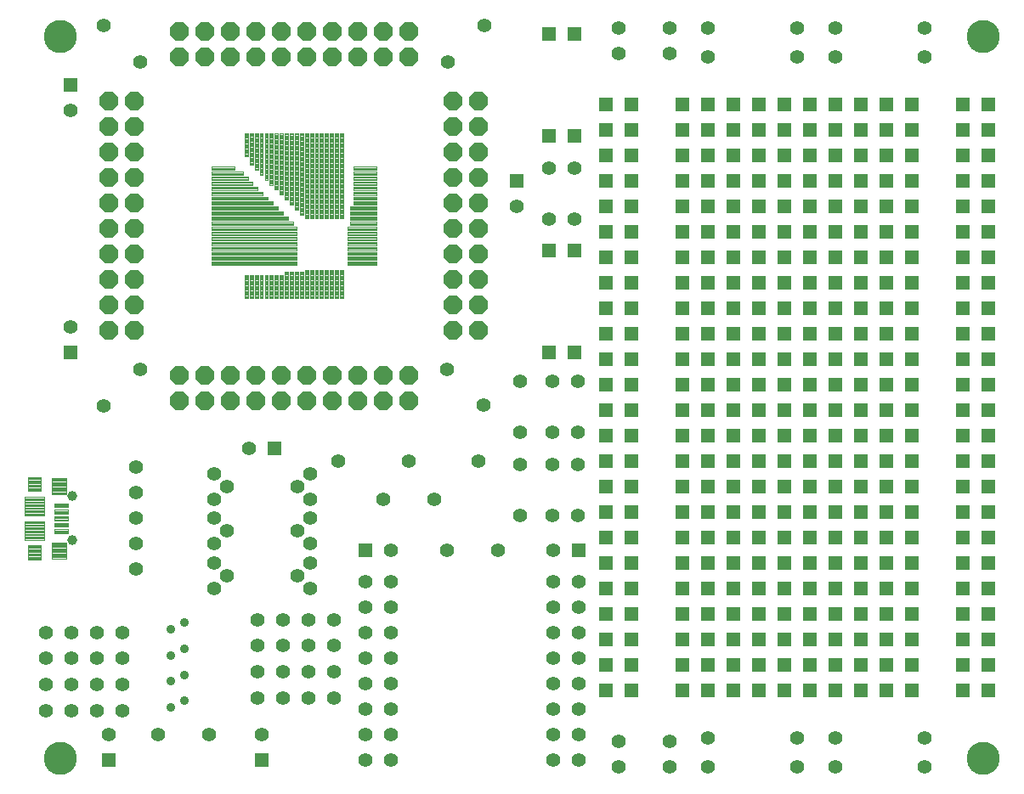
<source format=gbs>
G75*
G70*
%OFA0B0*%
%FSLAX24Y24*%
%IPPOS*%
%LPD*%
%AMOC8*
5,1,8,0,0,1.08239X$1,22.5*
%
%ADD10C,0.0555*%
%ADD11C,0.0360*%
%ADD12R,0.0555X0.0555*%
%ADD13C,0.1300*%
%ADD14C,0.0394*%
%ADD15C,0.0041*%
%ADD16C,0.0044*%
%ADD17C,0.0047*%
%ADD18C,0.0041*%
%ADD19OC8,0.0740*%
%ADD20C,0.0041*%
D10*
X008136Y005917D03*
X007670Y006872D03*
X008670Y006872D03*
X008670Y007896D03*
X007670Y007896D03*
X006670Y007896D03*
X005670Y007896D03*
X005670Y008920D03*
X006670Y008920D03*
X007670Y008920D03*
X008670Y008920D03*
X008670Y009943D03*
X007670Y009943D03*
X006670Y009943D03*
X005670Y009943D03*
X009203Y012417D03*
X009203Y013417D03*
X009203Y014417D03*
X009203Y015417D03*
X009203Y016417D03*
X012243Y016167D03*
X012743Y015667D03*
X012243Y015167D03*
X012243Y014417D03*
X012743Y013917D03*
X012243Y013417D03*
X012243Y012667D03*
X012743Y012167D03*
X012243Y011667D03*
X013957Y010443D03*
X014957Y010443D03*
X015957Y010443D03*
X016957Y010443D03*
X016957Y009420D03*
X015957Y009420D03*
X014957Y009420D03*
X013957Y009420D03*
X013957Y008396D03*
X014957Y008396D03*
X015957Y008396D03*
X016957Y008396D03*
X018205Y007917D03*
X018205Y008917D03*
X019205Y008917D03*
X019205Y007917D03*
X019205Y006917D03*
X018205Y006917D03*
X016957Y007372D03*
X015957Y007372D03*
X014957Y007372D03*
X013957Y007372D03*
X014136Y005917D03*
X012063Y005917D03*
X010063Y005917D03*
X006670Y006872D03*
X005670Y006872D03*
X015530Y012167D03*
X016030Y012667D03*
X016030Y013417D03*
X015530Y013917D03*
X016030Y014417D03*
X016030Y015167D03*
X015530Y015667D03*
X016030Y016167D03*
X017136Y016667D03*
X018886Y015167D03*
X020886Y015167D03*
X019886Y016667D03*
X022636Y016667D03*
X024261Y016542D03*
X025511Y016542D03*
X026511Y016542D03*
X026511Y017792D03*
X025511Y017792D03*
X024261Y017792D03*
X022813Y018865D03*
X024261Y019792D03*
X025511Y019792D03*
X026511Y019792D03*
X021399Y020279D03*
X013636Y017167D03*
X009343Y020249D03*
X007929Y018835D03*
X006636Y021917D03*
X006636Y030417D03*
X009343Y032335D03*
X007929Y033749D03*
X021429Y032335D03*
X022843Y033749D03*
X028136Y033667D03*
X028136Y032667D03*
X030136Y032667D03*
X030136Y033667D03*
X031636Y033667D03*
X031636Y032542D03*
X035136Y032542D03*
X035136Y033667D03*
X036636Y033667D03*
X036636Y032542D03*
X040136Y032542D03*
X040136Y033667D03*
X026386Y028167D03*
X025386Y028167D03*
X024136Y026667D03*
X025386Y026167D03*
X026386Y026167D03*
X026511Y014542D03*
X025511Y014542D03*
X024261Y014542D03*
X023386Y013167D03*
X021386Y013167D03*
X019205Y013167D03*
X019205Y011917D03*
X018205Y011917D03*
X018205Y010917D03*
X019205Y010917D03*
X019205Y009917D03*
X018205Y009917D03*
X016030Y011667D03*
X018205Y005917D03*
X019205Y005917D03*
X019205Y004917D03*
X018205Y004917D03*
X025567Y004917D03*
X026567Y004917D03*
X026567Y005917D03*
X025567Y005917D03*
X025567Y006917D03*
X026567Y006917D03*
X026567Y007917D03*
X025567Y007917D03*
X025567Y008917D03*
X026567Y008917D03*
X026567Y009917D03*
X025567Y009917D03*
X025567Y010917D03*
X026567Y010917D03*
X026567Y011917D03*
X025567Y011917D03*
X025567Y013167D03*
X028136Y005667D03*
X028136Y004667D03*
X030136Y004667D03*
X030136Y005667D03*
X031636Y005792D03*
X031636Y004667D03*
X035136Y004667D03*
X035136Y005792D03*
X036636Y005792D03*
X036636Y004667D03*
X040136Y004667D03*
X040136Y005792D03*
D11*
X011075Y007253D03*
X010557Y006997D03*
X010557Y008021D03*
X011075Y008277D03*
X010557Y009045D03*
X011075Y009301D03*
X010557Y010068D03*
X011075Y010324D03*
D12*
X018205Y013167D03*
X014636Y017167D03*
X006636Y020917D03*
X006636Y031417D03*
X024136Y027667D03*
X025386Y029417D03*
X026386Y029417D03*
X027636Y029667D03*
X027636Y030667D03*
X028636Y030667D03*
X028636Y029667D03*
X028636Y028667D03*
X027636Y028667D03*
X027636Y027667D03*
X028636Y027667D03*
X028636Y026667D03*
X027636Y026667D03*
X027636Y025667D03*
X028636Y025667D03*
X028636Y024667D03*
X027636Y024667D03*
X027636Y023667D03*
X028636Y023667D03*
X028636Y022667D03*
X027636Y022667D03*
X027636Y021667D03*
X028636Y021667D03*
X028636Y020667D03*
X027636Y020667D03*
X026386Y020917D03*
X025386Y020917D03*
X027636Y019667D03*
X028636Y019667D03*
X028636Y018667D03*
X027636Y018667D03*
X027636Y017667D03*
X028636Y017667D03*
X028636Y016667D03*
X027636Y016667D03*
X027636Y015667D03*
X028636Y015667D03*
X028636Y014667D03*
X027636Y014667D03*
X027636Y013667D03*
X028636Y013667D03*
X028636Y012667D03*
X027636Y012667D03*
X027636Y011667D03*
X028636Y011667D03*
X028636Y010667D03*
X027636Y010667D03*
X027636Y009667D03*
X028636Y009667D03*
X028636Y008667D03*
X027636Y008667D03*
X027636Y007667D03*
X028636Y007667D03*
X030636Y007667D03*
X031636Y007667D03*
X032636Y007667D03*
X033636Y007667D03*
X034636Y007667D03*
X035636Y007667D03*
X036636Y007667D03*
X037636Y007667D03*
X038636Y007667D03*
X039636Y007667D03*
X039636Y008667D03*
X039636Y009667D03*
X038636Y009667D03*
X037636Y009667D03*
X036636Y009667D03*
X035636Y009667D03*
X034636Y009667D03*
X033636Y009667D03*
X032636Y009667D03*
X031636Y009667D03*
X030636Y009667D03*
X030636Y008667D03*
X031636Y008667D03*
X032636Y008667D03*
X033636Y008667D03*
X034636Y008667D03*
X035636Y008667D03*
X036636Y008667D03*
X037636Y008667D03*
X038636Y008667D03*
X038636Y010667D03*
X037636Y010667D03*
X036636Y010667D03*
X035636Y010667D03*
X034636Y010667D03*
X033636Y010667D03*
X032636Y010667D03*
X031636Y010667D03*
X030636Y010667D03*
X030636Y011667D03*
X030636Y012667D03*
X031636Y012667D03*
X032636Y012667D03*
X033636Y012667D03*
X034636Y012667D03*
X035636Y012667D03*
X036636Y012667D03*
X037636Y012667D03*
X038636Y012667D03*
X039636Y012667D03*
X039636Y011667D03*
X038636Y011667D03*
X037636Y011667D03*
X036636Y011667D03*
X035636Y011667D03*
X034636Y011667D03*
X033636Y011667D03*
X032636Y011667D03*
X031636Y011667D03*
X031636Y013667D03*
X030636Y013667D03*
X030636Y014667D03*
X030636Y015667D03*
X031636Y015667D03*
X032636Y015667D03*
X033636Y015667D03*
X034636Y015667D03*
X035636Y015667D03*
X036636Y015667D03*
X037636Y015667D03*
X038636Y015667D03*
X039636Y015667D03*
X039636Y014667D03*
X038636Y014667D03*
X037636Y014667D03*
X036636Y014667D03*
X035636Y014667D03*
X034636Y014667D03*
X033636Y014667D03*
X032636Y014667D03*
X031636Y014667D03*
X032636Y013667D03*
X033636Y013667D03*
X034636Y013667D03*
X035636Y013667D03*
X036636Y013667D03*
X037636Y013667D03*
X038636Y013667D03*
X039636Y013667D03*
X041636Y013667D03*
X042636Y013667D03*
X042636Y014667D03*
X042636Y015667D03*
X041636Y015667D03*
X041636Y014667D03*
X041636Y016667D03*
X042636Y016667D03*
X042636Y017667D03*
X042636Y018667D03*
X041636Y018667D03*
X041636Y017667D03*
X039636Y017667D03*
X039636Y018667D03*
X038636Y018667D03*
X037636Y018667D03*
X036636Y018667D03*
X035636Y018667D03*
X034636Y018667D03*
X033636Y018667D03*
X032636Y018667D03*
X031636Y018667D03*
X030636Y018667D03*
X030636Y017667D03*
X031636Y017667D03*
X032636Y017667D03*
X033636Y017667D03*
X034636Y017667D03*
X035636Y017667D03*
X036636Y017667D03*
X037636Y017667D03*
X038636Y017667D03*
X038636Y016667D03*
X037636Y016667D03*
X036636Y016667D03*
X035636Y016667D03*
X034636Y016667D03*
X033636Y016667D03*
X032636Y016667D03*
X031636Y016667D03*
X030636Y016667D03*
X030636Y019667D03*
X031636Y019667D03*
X032636Y019667D03*
X033636Y019667D03*
X034636Y019667D03*
X035636Y019667D03*
X036636Y019667D03*
X037636Y019667D03*
X038636Y019667D03*
X039636Y019667D03*
X039636Y020667D03*
X039636Y021667D03*
X038636Y021667D03*
X037636Y021667D03*
X036636Y021667D03*
X035636Y021667D03*
X034636Y021667D03*
X033636Y021667D03*
X032636Y021667D03*
X031636Y021667D03*
X030636Y021667D03*
X030636Y020667D03*
X031636Y020667D03*
X032636Y020667D03*
X033636Y020667D03*
X034636Y020667D03*
X035636Y020667D03*
X036636Y020667D03*
X037636Y020667D03*
X038636Y020667D03*
X038636Y022667D03*
X037636Y022667D03*
X036636Y022667D03*
X035636Y022667D03*
X034636Y022667D03*
X033636Y022667D03*
X032636Y022667D03*
X031636Y022667D03*
X030636Y022667D03*
X030636Y023667D03*
X030636Y024667D03*
X031636Y024667D03*
X032636Y024667D03*
X033636Y024667D03*
X034636Y024667D03*
X035636Y024667D03*
X036636Y024667D03*
X037636Y024667D03*
X038636Y024667D03*
X039636Y024667D03*
X039636Y023667D03*
X038636Y023667D03*
X037636Y023667D03*
X036636Y023667D03*
X035636Y023667D03*
X034636Y023667D03*
X033636Y023667D03*
X032636Y023667D03*
X031636Y023667D03*
X031636Y025667D03*
X030636Y025667D03*
X030636Y026667D03*
X030636Y027667D03*
X031636Y027667D03*
X032636Y027667D03*
X033636Y027667D03*
X034636Y027667D03*
X035636Y027667D03*
X036636Y027667D03*
X037636Y027667D03*
X038636Y027667D03*
X039636Y027667D03*
X039636Y026667D03*
X038636Y026667D03*
X037636Y026667D03*
X036636Y026667D03*
X035636Y026667D03*
X034636Y026667D03*
X033636Y026667D03*
X032636Y026667D03*
X031636Y026667D03*
X032636Y025667D03*
X033636Y025667D03*
X034636Y025667D03*
X035636Y025667D03*
X036636Y025667D03*
X037636Y025667D03*
X038636Y025667D03*
X039636Y025667D03*
X041636Y025667D03*
X042636Y025667D03*
X042636Y026667D03*
X042636Y027667D03*
X041636Y027667D03*
X041636Y026667D03*
X041636Y028667D03*
X042636Y028667D03*
X042636Y029667D03*
X042636Y030667D03*
X041636Y030667D03*
X041636Y029667D03*
X039636Y029667D03*
X039636Y030667D03*
X038636Y030667D03*
X037636Y030667D03*
X036636Y030667D03*
X035636Y030667D03*
X034636Y030667D03*
X033636Y030667D03*
X032636Y030667D03*
X031636Y030667D03*
X030636Y030667D03*
X030636Y029667D03*
X031636Y029667D03*
X032636Y029667D03*
X033636Y029667D03*
X034636Y029667D03*
X035636Y029667D03*
X036636Y029667D03*
X037636Y029667D03*
X038636Y029667D03*
X038636Y028667D03*
X037636Y028667D03*
X036636Y028667D03*
X035636Y028667D03*
X034636Y028667D03*
X033636Y028667D03*
X032636Y028667D03*
X031636Y028667D03*
X030636Y028667D03*
X026386Y024917D03*
X025386Y024917D03*
X025386Y033417D03*
X026386Y033417D03*
X039636Y028667D03*
X041636Y024667D03*
X042636Y024667D03*
X042636Y023667D03*
X041636Y023667D03*
X041636Y022667D03*
X042636Y022667D03*
X042636Y021667D03*
X041636Y021667D03*
X041636Y020667D03*
X042636Y020667D03*
X042636Y019667D03*
X041636Y019667D03*
X039636Y022667D03*
X039636Y016667D03*
X041636Y012667D03*
X042636Y012667D03*
X042636Y011667D03*
X041636Y011667D03*
X041636Y010667D03*
X042636Y010667D03*
X042636Y009667D03*
X041636Y009667D03*
X041636Y008667D03*
X042636Y008667D03*
X042636Y007667D03*
X041636Y007667D03*
X039636Y010667D03*
X026567Y013167D03*
X014136Y004917D03*
X008136Y004917D03*
D13*
X006211Y004991D03*
X042431Y004991D03*
X042431Y033338D03*
X006211Y033338D03*
D14*
X006703Y015283D03*
X006703Y013551D03*
D15*
X006447Y013472D02*
X006447Y012842D01*
X005897Y012842D01*
X005897Y013472D01*
X006447Y013472D01*
X006447Y012882D02*
X005897Y012882D01*
X005897Y012922D02*
X006447Y012922D01*
X006447Y012962D02*
X005897Y012962D01*
X005897Y013002D02*
X006447Y013002D01*
X006447Y013042D02*
X005897Y013042D01*
X005897Y013082D02*
X006447Y013082D01*
X006447Y013122D02*
X005897Y013122D01*
X005897Y013162D02*
X006447Y013162D01*
X006447Y013202D02*
X005897Y013202D01*
X005897Y013242D02*
X006447Y013242D01*
X006447Y013282D02*
X005897Y013282D01*
X005897Y013322D02*
X006447Y013322D01*
X006447Y013362D02*
X005897Y013362D01*
X005897Y013402D02*
X006447Y013402D01*
X006447Y013442D02*
X005897Y013442D01*
X006447Y015362D02*
X006447Y015992D01*
X006447Y015362D02*
X005897Y015362D01*
X005897Y015992D01*
X006447Y015992D01*
X006447Y015402D02*
X005897Y015402D01*
X005897Y015442D02*
X006447Y015442D01*
X006447Y015482D02*
X005897Y015482D01*
X005897Y015522D02*
X006447Y015522D01*
X006447Y015562D02*
X005897Y015562D01*
X005897Y015602D02*
X006447Y015602D01*
X006447Y015642D02*
X005897Y015642D01*
X005897Y015682D02*
X006447Y015682D01*
X006447Y015722D02*
X005897Y015722D01*
X005897Y015762D02*
X006447Y015762D01*
X006447Y015802D02*
X005897Y015802D01*
X005897Y015842D02*
X006447Y015842D01*
X006447Y015882D02*
X005897Y015882D01*
X005897Y015922D02*
X006447Y015922D01*
X006447Y015962D02*
X005897Y015962D01*
D16*
X005461Y016048D02*
X005461Y015482D01*
X004953Y015482D01*
X004953Y016048D01*
X005461Y016048D01*
X005461Y015525D02*
X004953Y015525D01*
X004953Y015568D02*
X005461Y015568D01*
X005461Y015611D02*
X004953Y015611D01*
X004953Y015654D02*
X005461Y015654D01*
X005461Y015697D02*
X004953Y015697D01*
X004953Y015740D02*
X005461Y015740D01*
X005461Y015783D02*
X004953Y015783D01*
X004953Y015826D02*
X005461Y015826D01*
X005461Y015869D02*
X004953Y015869D01*
X004953Y015912D02*
X005461Y015912D01*
X005461Y015955D02*
X004953Y015955D01*
X004953Y015998D02*
X005461Y015998D01*
X005461Y016041D02*
X004953Y016041D01*
X005461Y013351D02*
X005461Y012785D01*
X004953Y012785D01*
X004953Y013351D01*
X005461Y013351D01*
X005461Y012828D02*
X004953Y012828D01*
X004953Y012871D02*
X005461Y012871D01*
X005461Y012914D02*
X004953Y012914D01*
X004953Y012957D02*
X005461Y012957D01*
X005461Y013000D02*
X004953Y013000D01*
X004953Y013043D02*
X005461Y013043D01*
X005461Y013086D02*
X004953Y013086D01*
X004953Y013129D02*
X005461Y013129D01*
X005461Y013172D02*
X004953Y013172D01*
X004953Y013215D02*
X005461Y013215D01*
X005461Y013258D02*
X004953Y013258D01*
X004953Y013301D02*
X005461Y013301D01*
X005461Y013344D02*
X004953Y013344D01*
D17*
X005578Y013573D02*
X005578Y014315D01*
X005578Y013573D02*
X004836Y013573D01*
X004836Y014315D01*
X005578Y014315D01*
X005578Y013619D02*
X004836Y013619D01*
X004836Y013665D02*
X005578Y013665D01*
X005578Y013711D02*
X004836Y013711D01*
X004836Y013757D02*
X005578Y013757D01*
X005578Y013803D02*
X004836Y013803D01*
X004836Y013849D02*
X005578Y013849D01*
X005578Y013895D02*
X004836Y013895D01*
X004836Y013941D02*
X005578Y013941D01*
X005578Y013987D02*
X004836Y013987D01*
X004836Y014033D02*
X005578Y014033D01*
X005578Y014079D02*
X004836Y014079D01*
X004836Y014125D02*
X005578Y014125D01*
X005578Y014171D02*
X004836Y014171D01*
X004836Y014217D02*
X005578Y014217D01*
X005578Y014263D02*
X004836Y014263D01*
X004836Y014309D02*
X005578Y014309D01*
X005578Y014518D02*
X005578Y015260D01*
X005578Y014518D02*
X004836Y014518D01*
X004836Y015260D01*
X005578Y015260D01*
X005578Y014564D02*
X004836Y014564D01*
X004836Y014610D02*
X005578Y014610D01*
X005578Y014656D02*
X004836Y014656D01*
X004836Y014702D02*
X005578Y014702D01*
X005578Y014748D02*
X004836Y014748D01*
X004836Y014794D02*
X005578Y014794D01*
X005578Y014840D02*
X004836Y014840D01*
X004836Y014886D02*
X005578Y014886D01*
X005578Y014932D02*
X004836Y014932D01*
X004836Y014978D02*
X005578Y014978D01*
X005578Y015024D02*
X004836Y015024D01*
X004836Y015070D02*
X005578Y015070D01*
X005578Y015116D02*
X004836Y015116D01*
X004836Y015162D02*
X005578Y015162D01*
X005578Y015208D02*
X004836Y015208D01*
X004836Y015254D02*
X005578Y015254D01*
D18*
X006525Y015007D02*
X006525Y014851D01*
X005995Y014851D01*
X005995Y015007D01*
X006525Y015007D01*
X006525Y014891D02*
X005995Y014891D01*
X005995Y014931D02*
X006525Y014931D01*
X006525Y014971D02*
X005995Y014971D01*
X006525Y014751D02*
X006525Y014595D01*
X005995Y014595D01*
X005995Y014751D01*
X006525Y014751D01*
X006525Y014635D02*
X005995Y014635D01*
X005995Y014675D02*
X006525Y014675D01*
X006525Y014715D02*
X005995Y014715D01*
X006525Y014495D02*
X006525Y014339D01*
X005995Y014339D01*
X005995Y014495D01*
X006525Y014495D01*
X006525Y014379D02*
X005995Y014379D01*
X005995Y014419D02*
X006525Y014419D01*
X006525Y014459D02*
X005995Y014459D01*
X006525Y014239D02*
X006525Y014083D01*
X005995Y014083D01*
X005995Y014239D01*
X006525Y014239D01*
X006525Y014123D02*
X005995Y014123D01*
X005995Y014163D02*
X006525Y014163D01*
X006525Y014203D02*
X005995Y014203D01*
X006525Y013983D02*
X006525Y013827D01*
X005995Y013827D01*
X005995Y013983D01*
X006525Y013983D01*
X006525Y013867D02*
X005995Y013867D01*
X005995Y013907D02*
X006525Y013907D01*
X006525Y013947D02*
X005995Y013947D01*
D19*
X010886Y019042D03*
X011886Y019042D03*
X012886Y019042D03*
X013886Y019042D03*
X014886Y019042D03*
X015886Y019042D03*
X016886Y019042D03*
X017886Y019042D03*
X018886Y019042D03*
X019886Y019042D03*
X019886Y020042D03*
X018886Y020042D03*
X017886Y020042D03*
X016886Y020042D03*
X015886Y020042D03*
X014886Y020042D03*
X013886Y020042D03*
X012886Y020042D03*
X011886Y020042D03*
X010886Y020042D03*
X009136Y021792D03*
X008136Y021792D03*
X008136Y022792D03*
X009136Y022792D03*
X009136Y023792D03*
X008136Y023792D03*
X008136Y024792D03*
X009136Y024792D03*
X009136Y025792D03*
X008136Y025792D03*
X008136Y026792D03*
X009136Y026792D03*
X009136Y027792D03*
X008136Y027792D03*
X008136Y028792D03*
X009136Y028792D03*
X009136Y029792D03*
X008136Y029792D03*
X008136Y030792D03*
X009136Y030792D03*
X010886Y032542D03*
X011886Y032542D03*
X012886Y032542D03*
X013886Y032542D03*
X014886Y032542D03*
X015886Y032542D03*
X016886Y032542D03*
X017886Y032542D03*
X018886Y032542D03*
X019886Y032542D03*
X019886Y033542D03*
X018886Y033542D03*
X017886Y033542D03*
X016886Y033542D03*
X015886Y033542D03*
X014886Y033542D03*
X013886Y033542D03*
X012886Y033542D03*
X011886Y033542D03*
X010886Y033542D03*
X021636Y030792D03*
X022636Y030792D03*
X022636Y029792D03*
X021636Y029792D03*
X021636Y028792D03*
X022636Y028792D03*
X022636Y027792D03*
X021636Y027792D03*
X021636Y026792D03*
X022636Y026792D03*
X022636Y025792D03*
X021636Y025792D03*
X021636Y024792D03*
X022636Y024792D03*
X022636Y023792D03*
X021636Y023792D03*
X021636Y022792D03*
X022636Y022792D03*
X022636Y021792D03*
X021636Y021792D03*
D20*
X018615Y024487D02*
X017503Y024487D01*
X018615Y024487D02*
X018615Y024357D01*
X017503Y024357D01*
X017503Y024487D01*
X017503Y024397D02*
X018615Y024397D01*
X018615Y024437D02*
X017503Y024437D01*
X017503Y024477D02*
X018615Y024477D01*
X018615Y024683D02*
X017503Y024683D01*
X018615Y024683D02*
X018615Y024553D01*
X017503Y024553D01*
X017503Y024683D01*
X017503Y024593D02*
X018615Y024593D01*
X018615Y024633D02*
X017503Y024633D01*
X017503Y024673D02*
X018615Y024673D01*
X018615Y024880D02*
X017503Y024880D01*
X018615Y024880D02*
X018615Y024750D01*
X017503Y024750D01*
X017503Y024880D01*
X017503Y024790D02*
X018615Y024790D01*
X018615Y024830D02*
X017503Y024830D01*
X017503Y024870D02*
X018615Y024870D01*
X018615Y025077D02*
X017503Y025077D01*
X018615Y025077D02*
X018615Y024947D01*
X017503Y024947D01*
X017503Y025077D01*
X017503Y024987D02*
X018615Y024987D01*
X018615Y025027D02*
X017503Y025027D01*
X017503Y025067D02*
X018615Y025067D01*
X018615Y025274D02*
X017503Y025274D01*
X018615Y025274D02*
X018615Y025144D01*
X017503Y025144D01*
X017503Y025274D01*
X017503Y025184D02*
X018615Y025184D01*
X018615Y025224D02*
X017503Y025224D01*
X017503Y025264D02*
X018615Y025264D01*
X018615Y025471D02*
X017503Y025471D01*
X018615Y025471D02*
X018615Y025341D01*
X017503Y025341D01*
X017503Y025471D01*
X017503Y025381D02*
X018615Y025381D01*
X018615Y025421D02*
X017503Y025421D01*
X017503Y025461D02*
X018615Y025461D01*
X018615Y025668D02*
X017503Y025668D01*
X018615Y025668D02*
X018615Y025538D01*
X017503Y025538D01*
X017503Y025668D01*
X017503Y025578D02*
X018615Y025578D01*
X018615Y025618D02*
X017503Y025618D01*
X017503Y025658D02*
X018615Y025658D01*
X018615Y025865D02*
X017503Y025865D01*
X018615Y025865D02*
X018615Y025735D01*
X017503Y025735D01*
X017503Y025865D01*
X017503Y025775D02*
X018615Y025775D01*
X018615Y025815D02*
X017503Y025815D01*
X017503Y025855D02*
X018615Y025855D01*
X018615Y026061D02*
X017591Y026061D01*
X018615Y026061D02*
X018615Y025931D01*
X017591Y025931D01*
X017591Y026061D01*
X017591Y025971D02*
X018615Y025971D01*
X018615Y026011D02*
X017591Y026011D01*
X017591Y026051D02*
X018615Y026051D01*
X018615Y026258D02*
X017591Y026258D01*
X018615Y026258D02*
X018615Y026128D01*
X017591Y026128D01*
X017591Y026258D01*
X017591Y026168D02*
X018615Y026168D01*
X018615Y026208D02*
X017591Y026208D01*
X017591Y026248D02*
X018615Y026248D01*
X018615Y026455D02*
X017591Y026455D01*
X018615Y026455D02*
X018615Y026325D01*
X017591Y026325D01*
X017591Y026455D01*
X017591Y026365D02*
X018615Y026365D01*
X018615Y026405D02*
X017591Y026405D01*
X017591Y026445D02*
X018615Y026445D01*
X018615Y026652D02*
X017591Y026652D01*
X018615Y026652D02*
X018615Y026522D01*
X017591Y026522D01*
X017591Y026652D01*
X017591Y026562D02*
X018615Y026562D01*
X018615Y026602D02*
X017591Y026602D01*
X017591Y026642D02*
X018615Y026642D01*
X018615Y026849D02*
X017729Y026849D01*
X018615Y026849D02*
X018615Y026719D01*
X017729Y026719D01*
X017729Y026849D01*
X017729Y026759D02*
X018615Y026759D01*
X018615Y026799D02*
X017729Y026799D01*
X017729Y026839D02*
X018615Y026839D01*
X018615Y027046D02*
X017729Y027046D01*
X018615Y027046D02*
X018615Y026916D01*
X017729Y026916D01*
X017729Y027046D01*
X017729Y026956D02*
X018615Y026956D01*
X018615Y026996D02*
X017729Y026996D01*
X017729Y027036D02*
X018615Y027036D01*
X018615Y027243D02*
X017729Y027243D01*
X018615Y027243D02*
X018615Y027113D01*
X017729Y027113D01*
X017729Y027243D01*
X017729Y027153D02*
X018615Y027153D01*
X018615Y027193D02*
X017729Y027193D01*
X017729Y027233D02*
X018615Y027233D01*
X018615Y027439D02*
X017729Y027439D01*
X018615Y027439D02*
X018615Y027309D01*
X017729Y027309D01*
X017729Y027439D01*
X017729Y027349D02*
X018615Y027349D01*
X018615Y027389D02*
X017729Y027389D01*
X017729Y027429D02*
X018615Y027429D01*
X018615Y027636D02*
X017729Y027636D01*
X018615Y027636D02*
X018615Y027506D01*
X017729Y027506D01*
X017729Y027636D01*
X017729Y027546D02*
X018615Y027546D01*
X018615Y027586D02*
X017729Y027586D01*
X017729Y027626D02*
X018615Y027626D01*
X018615Y027833D02*
X017729Y027833D01*
X018615Y027833D02*
X018615Y027703D01*
X017729Y027703D01*
X017729Y027833D01*
X017729Y027743D02*
X018615Y027743D01*
X018615Y027783D02*
X017729Y027783D01*
X017729Y027823D02*
X018615Y027823D01*
X018615Y028030D02*
X017729Y028030D01*
X018615Y028030D02*
X018615Y027900D01*
X017729Y027900D01*
X017729Y028030D01*
X017729Y027940D02*
X018615Y027940D01*
X018615Y027980D02*
X017729Y027980D01*
X017729Y028020D02*
X018615Y028020D01*
X018615Y028227D02*
X017729Y028227D01*
X018615Y028227D02*
X018615Y028097D01*
X017729Y028097D01*
X017729Y028227D01*
X017729Y028137D02*
X018615Y028137D01*
X018615Y028177D02*
X017729Y028177D01*
X017729Y028217D02*
X018615Y028217D01*
X017321Y029520D02*
X017321Y026186D01*
X017191Y026186D01*
X017191Y029520D01*
X017321Y029520D01*
X017321Y026226D02*
X017191Y026226D01*
X017191Y026266D02*
X017321Y026266D01*
X017321Y026306D02*
X017191Y026306D01*
X017191Y026346D02*
X017321Y026346D01*
X017321Y026386D02*
X017191Y026386D01*
X017191Y026426D02*
X017321Y026426D01*
X017321Y026466D02*
X017191Y026466D01*
X017191Y026506D02*
X017321Y026506D01*
X017321Y026546D02*
X017191Y026546D01*
X017191Y026586D02*
X017321Y026586D01*
X017321Y026626D02*
X017191Y026626D01*
X017191Y026666D02*
X017321Y026666D01*
X017321Y026706D02*
X017191Y026706D01*
X017191Y026746D02*
X017321Y026746D01*
X017321Y026786D02*
X017191Y026786D01*
X017191Y026826D02*
X017321Y026826D01*
X017321Y026866D02*
X017191Y026866D01*
X017191Y026906D02*
X017321Y026906D01*
X017321Y026946D02*
X017191Y026946D01*
X017191Y026986D02*
X017321Y026986D01*
X017321Y027026D02*
X017191Y027026D01*
X017191Y027066D02*
X017321Y027066D01*
X017321Y027106D02*
X017191Y027106D01*
X017191Y027146D02*
X017321Y027146D01*
X017321Y027186D02*
X017191Y027186D01*
X017191Y027226D02*
X017321Y027226D01*
X017321Y027266D02*
X017191Y027266D01*
X017191Y027306D02*
X017321Y027306D01*
X017321Y027346D02*
X017191Y027346D01*
X017191Y027386D02*
X017321Y027386D01*
X017321Y027426D02*
X017191Y027426D01*
X017191Y027466D02*
X017321Y027466D01*
X017321Y027506D02*
X017191Y027506D01*
X017191Y027546D02*
X017321Y027546D01*
X017321Y027586D02*
X017191Y027586D01*
X017191Y027626D02*
X017321Y027626D01*
X017321Y027666D02*
X017191Y027666D01*
X017191Y027706D02*
X017321Y027706D01*
X017321Y027746D02*
X017191Y027746D01*
X017191Y027786D02*
X017321Y027786D01*
X017321Y027826D02*
X017191Y027826D01*
X017191Y027866D02*
X017321Y027866D01*
X017321Y027906D02*
X017191Y027906D01*
X017191Y027946D02*
X017321Y027946D01*
X017321Y027986D02*
X017191Y027986D01*
X017191Y028026D02*
X017321Y028026D01*
X017321Y028066D02*
X017191Y028066D01*
X017191Y028106D02*
X017321Y028106D01*
X017321Y028146D02*
X017191Y028146D01*
X017191Y028186D02*
X017321Y028186D01*
X017321Y028226D02*
X017191Y028226D01*
X017191Y028266D02*
X017321Y028266D01*
X017321Y028306D02*
X017191Y028306D01*
X017191Y028346D02*
X017321Y028346D01*
X017321Y028386D02*
X017191Y028386D01*
X017191Y028426D02*
X017321Y028426D01*
X017321Y028466D02*
X017191Y028466D01*
X017191Y028506D02*
X017321Y028506D01*
X017321Y028546D02*
X017191Y028546D01*
X017191Y028586D02*
X017321Y028586D01*
X017321Y028626D02*
X017191Y028626D01*
X017191Y028666D02*
X017321Y028666D01*
X017321Y028706D02*
X017191Y028706D01*
X017191Y028746D02*
X017321Y028746D01*
X017321Y028786D02*
X017191Y028786D01*
X017191Y028826D02*
X017321Y028826D01*
X017321Y028866D02*
X017191Y028866D01*
X017191Y028906D02*
X017321Y028906D01*
X017321Y028946D02*
X017191Y028946D01*
X017191Y028986D02*
X017321Y028986D01*
X017321Y029026D02*
X017191Y029026D01*
X017191Y029066D02*
X017321Y029066D01*
X017321Y029106D02*
X017191Y029106D01*
X017191Y029146D02*
X017321Y029146D01*
X017321Y029186D02*
X017191Y029186D01*
X017191Y029226D02*
X017321Y029226D01*
X017321Y029266D02*
X017191Y029266D01*
X017191Y029306D02*
X017321Y029306D01*
X017321Y029346D02*
X017191Y029346D01*
X017191Y029386D02*
X017321Y029386D01*
X017321Y029426D02*
X017191Y029426D01*
X017191Y029466D02*
X017321Y029466D01*
X017321Y029506D02*
X017191Y029506D01*
X017124Y029520D02*
X017124Y026186D01*
X016994Y026186D01*
X016994Y029520D01*
X017124Y029520D01*
X017124Y026226D02*
X016994Y026226D01*
X016994Y026266D02*
X017124Y026266D01*
X017124Y026306D02*
X016994Y026306D01*
X016994Y026346D02*
X017124Y026346D01*
X017124Y026386D02*
X016994Y026386D01*
X016994Y026426D02*
X017124Y026426D01*
X017124Y026466D02*
X016994Y026466D01*
X016994Y026506D02*
X017124Y026506D01*
X017124Y026546D02*
X016994Y026546D01*
X016994Y026586D02*
X017124Y026586D01*
X017124Y026626D02*
X016994Y026626D01*
X016994Y026666D02*
X017124Y026666D01*
X017124Y026706D02*
X016994Y026706D01*
X016994Y026746D02*
X017124Y026746D01*
X017124Y026786D02*
X016994Y026786D01*
X016994Y026826D02*
X017124Y026826D01*
X017124Y026866D02*
X016994Y026866D01*
X016994Y026906D02*
X017124Y026906D01*
X017124Y026946D02*
X016994Y026946D01*
X016994Y026986D02*
X017124Y026986D01*
X017124Y027026D02*
X016994Y027026D01*
X016994Y027066D02*
X017124Y027066D01*
X017124Y027106D02*
X016994Y027106D01*
X016994Y027146D02*
X017124Y027146D01*
X017124Y027186D02*
X016994Y027186D01*
X016994Y027226D02*
X017124Y027226D01*
X017124Y027266D02*
X016994Y027266D01*
X016994Y027306D02*
X017124Y027306D01*
X017124Y027346D02*
X016994Y027346D01*
X016994Y027386D02*
X017124Y027386D01*
X017124Y027426D02*
X016994Y027426D01*
X016994Y027466D02*
X017124Y027466D01*
X017124Y027506D02*
X016994Y027506D01*
X016994Y027546D02*
X017124Y027546D01*
X017124Y027586D02*
X016994Y027586D01*
X016994Y027626D02*
X017124Y027626D01*
X017124Y027666D02*
X016994Y027666D01*
X016994Y027706D02*
X017124Y027706D01*
X017124Y027746D02*
X016994Y027746D01*
X016994Y027786D02*
X017124Y027786D01*
X017124Y027826D02*
X016994Y027826D01*
X016994Y027866D02*
X017124Y027866D01*
X017124Y027906D02*
X016994Y027906D01*
X016994Y027946D02*
X017124Y027946D01*
X017124Y027986D02*
X016994Y027986D01*
X016994Y028026D02*
X017124Y028026D01*
X017124Y028066D02*
X016994Y028066D01*
X016994Y028106D02*
X017124Y028106D01*
X017124Y028146D02*
X016994Y028146D01*
X016994Y028186D02*
X017124Y028186D01*
X017124Y028226D02*
X016994Y028226D01*
X016994Y028266D02*
X017124Y028266D01*
X017124Y028306D02*
X016994Y028306D01*
X016994Y028346D02*
X017124Y028346D01*
X017124Y028386D02*
X016994Y028386D01*
X016994Y028426D02*
X017124Y028426D01*
X017124Y028466D02*
X016994Y028466D01*
X016994Y028506D02*
X017124Y028506D01*
X017124Y028546D02*
X016994Y028546D01*
X016994Y028586D02*
X017124Y028586D01*
X017124Y028626D02*
X016994Y028626D01*
X016994Y028666D02*
X017124Y028666D01*
X017124Y028706D02*
X016994Y028706D01*
X016994Y028746D02*
X017124Y028746D01*
X017124Y028786D02*
X016994Y028786D01*
X016994Y028826D02*
X017124Y028826D01*
X017124Y028866D02*
X016994Y028866D01*
X016994Y028906D02*
X017124Y028906D01*
X017124Y028946D02*
X016994Y028946D01*
X016994Y028986D02*
X017124Y028986D01*
X017124Y029026D02*
X016994Y029026D01*
X016994Y029066D02*
X017124Y029066D01*
X017124Y029106D02*
X016994Y029106D01*
X016994Y029146D02*
X017124Y029146D01*
X017124Y029186D02*
X016994Y029186D01*
X016994Y029226D02*
X017124Y029226D01*
X017124Y029266D02*
X016994Y029266D01*
X016994Y029306D02*
X017124Y029306D01*
X017124Y029346D02*
X016994Y029346D01*
X016994Y029386D02*
X017124Y029386D01*
X017124Y029426D02*
X016994Y029426D01*
X016994Y029466D02*
X017124Y029466D01*
X017124Y029506D02*
X016994Y029506D01*
X016928Y029520D02*
X016928Y026186D01*
X016798Y026186D01*
X016798Y029520D01*
X016928Y029520D01*
X016928Y026226D02*
X016798Y026226D01*
X016798Y026266D02*
X016928Y026266D01*
X016928Y026306D02*
X016798Y026306D01*
X016798Y026346D02*
X016928Y026346D01*
X016928Y026386D02*
X016798Y026386D01*
X016798Y026426D02*
X016928Y026426D01*
X016928Y026466D02*
X016798Y026466D01*
X016798Y026506D02*
X016928Y026506D01*
X016928Y026546D02*
X016798Y026546D01*
X016798Y026586D02*
X016928Y026586D01*
X016928Y026626D02*
X016798Y026626D01*
X016798Y026666D02*
X016928Y026666D01*
X016928Y026706D02*
X016798Y026706D01*
X016798Y026746D02*
X016928Y026746D01*
X016928Y026786D02*
X016798Y026786D01*
X016798Y026826D02*
X016928Y026826D01*
X016928Y026866D02*
X016798Y026866D01*
X016798Y026906D02*
X016928Y026906D01*
X016928Y026946D02*
X016798Y026946D01*
X016798Y026986D02*
X016928Y026986D01*
X016928Y027026D02*
X016798Y027026D01*
X016798Y027066D02*
X016928Y027066D01*
X016928Y027106D02*
X016798Y027106D01*
X016798Y027146D02*
X016928Y027146D01*
X016928Y027186D02*
X016798Y027186D01*
X016798Y027226D02*
X016928Y027226D01*
X016928Y027266D02*
X016798Y027266D01*
X016798Y027306D02*
X016928Y027306D01*
X016928Y027346D02*
X016798Y027346D01*
X016798Y027386D02*
X016928Y027386D01*
X016928Y027426D02*
X016798Y027426D01*
X016798Y027466D02*
X016928Y027466D01*
X016928Y027506D02*
X016798Y027506D01*
X016798Y027546D02*
X016928Y027546D01*
X016928Y027586D02*
X016798Y027586D01*
X016798Y027626D02*
X016928Y027626D01*
X016928Y027666D02*
X016798Y027666D01*
X016798Y027706D02*
X016928Y027706D01*
X016928Y027746D02*
X016798Y027746D01*
X016798Y027786D02*
X016928Y027786D01*
X016928Y027826D02*
X016798Y027826D01*
X016798Y027866D02*
X016928Y027866D01*
X016928Y027906D02*
X016798Y027906D01*
X016798Y027946D02*
X016928Y027946D01*
X016928Y027986D02*
X016798Y027986D01*
X016798Y028026D02*
X016928Y028026D01*
X016928Y028066D02*
X016798Y028066D01*
X016798Y028106D02*
X016928Y028106D01*
X016928Y028146D02*
X016798Y028146D01*
X016798Y028186D02*
X016928Y028186D01*
X016928Y028226D02*
X016798Y028226D01*
X016798Y028266D02*
X016928Y028266D01*
X016928Y028306D02*
X016798Y028306D01*
X016798Y028346D02*
X016928Y028346D01*
X016928Y028386D02*
X016798Y028386D01*
X016798Y028426D02*
X016928Y028426D01*
X016928Y028466D02*
X016798Y028466D01*
X016798Y028506D02*
X016928Y028506D01*
X016928Y028546D02*
X016798Y028546D01*
X016798Y028586D02*
X016928Y028586D01*
X016928Y028626D02*
X016798Y028626D01*
X016798Y028666D02*
X016928Y028666D01*
X016928Y028706D02*
X016798Y028706D01*
X016798Y028746D02*
X016928Y028746D01*
X016928Y028786D02*
X016798Y028786D01*
X016798Y028826D02*
X016928Y028826D01*
X016928Y028866D02*
X016798Y028866D01*
X016798Y028906D02*
X016928Y028906D01*
X016928Y028946D02*
X016798Y028946D01*
X016798Y028986D02*
X016928Y028986D01*
X016928Y029026D02*
X016798Y029026D01*
X016798Y029066D02*
X016928Y029066D01*
X016928Y029106D02*
X016798Y029106D01*
X016798Y029146D02*
X016928Y029146D01*
X016928Y029186D02*
X016798Y029186D01*
X016798Y029226D02*
X016928Y029226D01*
X016928Y029266D02*
X016798Y029266D01*
X016798Y029306D02*
X016928Y029306D01*
X016928Y029346D02*
X016798Y029346D01*
X016798Y029386D02*
X016928Y029386D01*
X016928Y029426D02*
X016798Y029426D01*
X016798Y029466D02*
X016928Y029466D01*
X016928Y029506D02*
X016798Y029506D01*
X015156Y029520D02*
X015156Y026922D01*
X015026Y026922D01*
X015026Y029520D01*
X015156Y029520D01*
X015156Y026962D02*
X015026Y026962D01*
X015026Y027002D02*
X015156Y027002D01*
X015156Y027042D02*
X015026Y027042D01*
X015026Y027082D02*
X015156Y027082D01*
X015156Y027122D02*
X015026Y027122D01*
X015026Y027162D02*
X015156Y027162D01*
X015156Y027202D02*
X015026Y027202D01*
X015026Y027242D02*
X015156Y027242D01*
X015156Y027282D02*
X015026Y027282D01*
X015026Y027322D02*
X015156Y027322D01*
X015156Y027362D02*
X015026Y027362D01*
X015026Y027402D02*
X015156Y027402D01*
X015156Y027442D02*
X015026Y027442D01*
X015026Y027482D02*
X015156Y027482D01*
X015156Y027522D02*
X015026Y027522D01*
X015026Y027562D02*
X015156Y027562D01*
X015156Y027602D02*
X015026Y027602D01*
X015026Y027642D02*
X015156Y027642D01*
X015156Y027682D02*
X015026Y027682D01*
X015026Y027722D02*
X015156Y027722D01*
X015156Y027762D02*
X015026Y027762D01*
X015026Y027802D02*
X015156Y027802D01*
X015156Y027842D02*
X015026Y027842D01*
X015026Y027882D02*
X015156Y027882D01*
X015156Y027922D02*
X015026Y027922D01*
X015026Y027962D02*
X015156Y027962D01*
X015156Y028002D02*
X015026Y028002D01*
X015026Y028042D02*
X015156Y028042D01*
X015156Y028082D02*
X015026Y028082D01*
X015026Y028122D02*
X015156Y028122D01*
X015156Y028162D02*
X015026Y028162D01*
X015026Y028202D02*
X015156Y028202D01*
X015156Y028242D02*
X015026Y028242D01*
X015026Y028282D02*
X015156Y028282D01*
X015156Y028322D02*
X015026Y028322D01*
X015026Y028362D02*
X015156Y028362D01*
X015156Y028402D02*
X015026Y028402D01*
X015026Y028442D02*
X015156Y028442D01*
X015156Y028482D02*
X015026Y028482D01*
X015026Y028522D02*
X015156Y028522D01*
X015156Y028562D02*
X015026Y028562D01*
X015026Y028602D02*
X015156Y028602D01*
X015156Y028642D02*
X015026Y028642D01*
X015026Y028682D02*
X015156Y028682D01*
X015156Y028722D02*
X015026Y028722D01*
X015026Y028762D02*
X015156Y028762D01*
X015156Y028802D02*
X015026Y028802D01*
X015026Y028842D02*
X015156Y028842D01*
X015156Y028882D02*
X015026Y028882D01*
X015026Y028922D02*
X015156Y028922D01*
X015156Y028962D02*
X015026Y028962D01*
X015026Y029002D02*
X015156Y029002D01*
X015156Y029042D02*
X015026Y029042D01*
X015026Y029082D02*
X015156Y029082D01*
X015156Y029122D02*
X015026Y029122D01*
X015026Y029162D02*
X015156Y029162D01*
X015156Y029202D02*
X015026Y029202D01*
X015026Y029242D02*
X015156Y029242D01*
X015156Y029282D02*
X015026Y029282D01*
X015026Y029322D02*
X015156Y029322D01*
X015156Y029362D02*
X015026Y029362D01*
X015026Y029402D02*
X015156Y029402D01*
X015156Y029442D02*
X015026Y029442D01*
X015026Y029482D02*
X015156Y029482D01*
X014435Y029520D02*
X014435Y027512D01*
X014435Y029520D02*
X014565Y029520D01*
X014565Y027512D01*
X014435Y027512D01*
X014435Y027552D02*
X014565Y027552D01*
X014565Y027592D02*
X014435Y027592D01*
X014435Y027632D02*
X014565Y027632D01*
X014565Y027672D02*
X014435Y027672D01*
X014435Y027712D02*
X014565Y027712D01*
X014565Y027752D02*
X014435Y027752D01*
X014435Y027792D02*
X014565Y027792D01*
X014565Y027832D02*
X014435Y027832D01*
X014435Y027872D02*
X014565Y027872D01*
X014565Y027912D02*
X014435Y027912D01*
X014435Y027952D02*
X014565Y027952D01*
X014565Y027992D02*
X014435Y027992D01*
X014435Y028032D02*
X014565Y028032D01*
X014565Y028072D02*
X014435Y028072D01*
X014435Y028112D02*
X014565Y028112D01*
X014565Y028152D02*
X014435Y028152D01*
X014435Y028192D02*
X014565Y028192D01*
X014565Y028232D02*
X014435Y028232D01*
X014435Y028272D02*
X014565Y028272D01*
X014565Y028312D02*
X014435Y028312D01*
X014435Y028352D02*
X014565Y028352D01*
X014565Y028392D02*
X014435Y028392D01*
X014435Y028432D02*
X014565Y028432D01*
X014565Y028472D02*
X014435Y028472D01*
X014435Y028512D02*
X014565Y028512D01*
X014565Y028552D02*
X014435Y028552D01*
X014435Y028592D02*
X014565Y028592D01*
X014565Y028632D02*
X014435Y028632D01*
X014435Y028672D02*
X014565Y028672D01*
X014565Y028712D02*
X014435Y028712D01*
X014435Y028752D02*
X014565Y028752D01*
X014565Y028792D02*
X014435Y028792D01*
X014435Y028832D02*
X014565Y028832D01*
X014565Y028872D02*
X014435Y028872D01*
X014435Y028912D02*
X014565Y028912D01*
X014565Y028952D02*
X014435Y028952D01*
X014435Y028992D02*
X014565Y028992D01*
X014565Y029032D02*
X014435Y029032D01*
X014435Y029072D02*
X014565Y029072D01*
X014565Y029112D02*
X014435Y029112D01*
X014435Y029152D02*
X014565Y029152D01*
X014565Y029192D02*
X014435Y029192D01*
X014435Y029232D02*
X014565Y029232D01*
X014565Y029272D02*
X014435Y029272D01*
X014435Y029312D02*
X014565Y029312D01*
X014565Y029352D02*
X014435Y029352D01*
X014435Y029392D02*
X014565Y029392D01*
X014565Y029432D02*
X014435Y029432D01*
X014435Y029472D02*
X014565Y029472D01*
X014565Y029512D02*
X014435Y029512D01*
X013648Y029520D02*
X013648Y028300D01*
X013648Y029520D02*
X013778Y029520D01*
X013778Y028300D01*
X013648Y028300D01*
X013648Y028340D02*
X013778Y028340D01*
X013778Y028380D02*
X013648Y028380D01*
X013648Y028420D02*
X013778Y028420D01*
X013778Y028460D02*
X013648Y028460D01*
X013648Y028500D02*
X013778Y028500D01*
X013778Y028540D02*
X013648Y028540D01*
X013648Y028580D02*
X013778Y028580D01*
X013778Y028620D02*
X013648Y028620D01*
X013648Y028660D02*
X013778Y028660D01*
X013778Y028700D02*
X013648Y028700D01*
X013648Y028740D02*
X013778Y028740D01*
X013778Y028780D02*
X013648Y028780D01*
X013648Y028820D02*
X013778Y028820D01*
X013778Y028860D02*
X013648Y028860D01*
X013648Y028900D02*
X013778Y028900D01*
X013778Y028940D02*
X013648Y028940D01*
X013648Y028980D02*
X013778Y028980D01*
X013778Y029020D02*
X013648Y029020D01*
X013648Y029060D02*
X013778Y029060D01*
X013778Y029100D02*
X013648Y029100D01*
X013648Y029140D02*
X013778Y029140D01*
X013778Y029180D02*
X013648Y029180D01*
X013648Y029220D02*
X013778Y029220D01*
X013778Y029260D02*
X013648Y029260D01*
X013648Y029300D02*
X013778Y029300D01*
X013778Y029340D02*
X013648Y029340D01*
X013648Y029380D02*
X013778Y029380D01*
X013778Y029420D02*
X013648Y029420D01*
X013648Y029460D02*
X013778Y029460D01*
X013778Y029500D02*
X013648Y029500D01*
X013581Y029520D02*
X013581Y028634D01*
X013451Y028634D01*
X013451Y029520D01*
X013581Y029520D01*
X013581Y028674D02*
X013451Y028674D01*
X013451Y028714D02*
X013581Y028714D01*
X013581Y028754D02*
X013451Y028754D01*
X013451Y028794D02*
X013581Y028794D01*
X013581Y028834D02*
X013451Y028834D01*
X013451Y028874D02*
X013581Y028874D01*
X013581Y028914D02*
X013451Y028914D01*
X013451Y028954D02*
X013581Y028954D01*
X013581Y028994D02*
X013451Y028994D01*
X013451Y029034D02*
X013581Y029034D01*
X013581Y029074D02*
X013451Y029074D01*
X013451Y029114D02*
X013581Y029114D01*
X013581Y029154D02*
X013451Y029154D01*
X013451Y029194D02*
X013581Y029194D01*
X013581Y029234D02*
X013451Y029234D01*
X013451Y029274D02*
X013581Y029274D01*
X013581Y029314D02*
X013451Y029314D01*
X013451Y029354D02*
X013581Y029354D01*
X013581Y029394D02*
X013451Y029394D01*
X013451Y029434D02*
X013581Y029434D01*
X013581Y029474D02*
X013451Y029474D01*
X013451Y029514D02*
X013581Y029514D01*
X013845Y029519D02*
X013845Y028103D01*
X013845Y029519D02*
X013975Y029519D01*
X013975Y028103D01*
X013845Y028103D01*
X013845Y028143D02*
X013975Y028143D01*
X013975Y028183D02*
X013845Y028183D01*
X013845Y028223D02*
X013975Y028223D01*
X013975Y028263D02*
X013845Y028263D01*
X013845Y028303D02*
X013975Y028303D01*
X013975Y028343D02*
X013845Y028343D01*
X013845Y028383D02*
X013975Y028383D01*
X013975Y028423D02*
X013845Y028423D01*
X013845Y028463D02*
X013975Y028463D01*
X013975Y028503D02*
X013845Y028503D01*
X013845Y028543D02*
X013975Y028543D01*
X013975Y028583D02*
X013845Y028583D01*
X013845Y028623D02*
X013975Y028623D01*
X013975Y028663D02*
X013845Y028663D01*
X013845Y028703D02*
X013975Y028703D01*
X013975Y028743D02*
X013845Y028743D01*
X013845Y028783D02*
X013975Y028783D01*
X013975Y028823D02*
X013845Y028823D01*
X013845Y028863D02*
X013975Y028863D01*
X013975Y028903D02*
X013845Y028903D01*
X013845Y028943D02*
X013975Y028943D01*
X013975Y028983D02*
X013845Y028983D01*
X013845Y029023D02*
X013975Y029023D01*
X013975Y029063D02*
X013845Y029063D01*
X013845Y029103D02*
X013975Y029103D01*
X013975Y029143D02*
X013845Y029143D01*
X013845Y029183D02*
X013975Y029183D01*
X013975Y029223D02*
X013845Y029223D01*
X013845Y029263D02*
X013975Y029263D01*
X013975Y029303D02*
X013845Y029303D01*
X013845Y029343D02*
X013975Y029343D01*
X013975Y029383D02*
X013845Y029383D01*
X013845Y029423D02*
X013975Y029423D01*
X013975Y029463D02*
X013845Y029463D01*
X013845Y029503D02*
X013975Y029503D01*
X014042Y029520D02*
X014042Y027906D01*
X014042Y029520D02*
X014172Y029520D01*
X014172Y027906D01*
X014042Y027906D01*
X014042Y027946D02*
X014172Y027946D01*
X014172Y027986D02*
X014042Y027986D01*
X014042Y028026D02*
X014172Y028026D01*
X014172Y028066D02*
X014042Y028066D01*
X014042Y028106D02*
X014172Y028106D01*
X014172Y028146D02*
X014042Y028146D01*
X014042Y028186D02*
X014172Y028186D01*
X014172Y028226D02*
X014042Y028226D01*
X014042Y028266D02*
X014172Y028266D01*
X014172Y028306D02*
X014042Y028306D01*
X014042Y028346D02*
X014172Y028346D01*
X014172Y028386D02*
X014042Y028386D01*
X014042Y028426D02*
X014172Y028426D01*
X014172Y028466D02*
X014042Y028466D01*
X014042Y028506D02*
X014172Y028506D01*
X014172Y028546D02*
X014042Y028546D01*
X014042Y028586D02*
X014172Y028586D01*
X014172Y028626D02*
X014042Y028626D01*
X014042Y028666D02*
X014172Y028666D01*
X014172Y028706D02*
X014042Y028706D01*
X014042Y028746D02*
X014172Y028746D01*
X014172Y028786D02*
X014042Y028786D01*
X014042Y028826D02*
X014172Y028826D01*
X014172Y028866D02*
X014042Y028866D01*
X014042Y028906D02*
X014172Y028906D01*
X014172Y028946D02*
X014042Y028946D01*
X014042Y028986D02*
X014172Y028986D01*
X014172Y029026D02*
X014042Y029026D01*
X014042Y029066D02*
X014172Y029066D01*
X014172Y029106D02*
X014042Y029106D01*
X014042Y029146D02*
X014172Y029146D01*
X014172Y029186D02*
X014042Y029186D01*
X014042Y029226D02*
X014172Y029226D01*
X014172Y029266D02*
X014042Y029266D01*
X014042Y029306D02*
X014172Y029306D01*
X014172Y029346D02*
X014042Y029346D01*
X014042Y029386D02*
X014172Y029386D01*
X014172Y029426D02*
X014042Y029426D01*
X014042Y029466D02*
X014172Y029466D01*
X014172Y029506D02*
X014042Y029506D01*
X014369Y029520D02*
X014369Y027710D01*
X014239Y027710D01*
X014239Y029520D01*
X014369Y029520D01*
X014369Y027750D02*
X014239Y027750D01*
X014239Y027790D02*
X014369Y027790D01*
X014369Y027830D02*
X014239Y027830D01*
X014239Y027870D02*
X014369Y027870D01*
X014369Y027910D02*
X014239Y027910D01*
X014239Y027950D02*
X014369Y027950D01*
X014369Y027990D02*
X014239Y027990D01*
X014239Y028030D02*
X014369Y028030D01*
X014369Y028070D02*
X014239Y028070D01*
X014239Y028110D02*
X014369Y028110D01*
X014369Y028150D02*
X014239Y028150D01*
X014239Y028190D02*
X014369Y028190D01*
X014369Y028230D02*
X014239Y028230D01*
X014239Y028270D02*
X014369Y028270D01*
X014369Y028310D02*
X014239Y028310D01*
X014239Y028350D02*
X014369Y028350D01*
X014369Y028390D02*
X014239Y028390D01*
X014239Y028430D02*
X014369Y028430D01*
X014369Y028470D02*
X014239Y028470D01*
X014239Y028510D02*
X014369Y028510D01*
X014369Y028550D02*
X014239Y028550D01*
X014239Y028590D02*
X014369Y028590D01*
X014369Y028630D02*
X014239Y028630D01*
X014239Y028670D02*
X014369Y028670D01*
X014369Y028710D02*
X014239Y028710D01*
X014239Y028750D02*
X014369Y028750D01*
X014369Y028790D02*
X014239Y028790D01*
X014239Y028830D02*
X014369Y028830D01*
X014369Y028870D02*
X014239Y028870D01*
X014239Y028910D02*
X014369Y028910D01*
X014369Y028950D02*
X014239Y028950D01*
X014239Y028990D02*
X014369Y028990D01*
X014369Y029030D02*
X014239Y029030D01*
X014239Y029070D02*
X014369Y029070D01*
X014369Y029110D02*
X014239Y029110D01*
X014239Y029150D02*
X014369Y029150D01*
X014369Y029190D02*
X014239Y029190D01*
X014239Y029230D02*
X014369Y029230D01*
X014369Y029270D02*
X014239Y029270D01*
X014239Y029310D02*
X014369Y029310D01*
X014369Y029350D02*
X014239Y029350D01*
X014239Y029390D02*
X014369Y029390D01*
X014369Y029430D02*
X014239Y029430D01*
X014239Y029470D02*
X014369Y029470D01*
X014369Y029510D02*
X014239Y029510D01*
X014762Y029520D02*
X014762Y027316D01*
X014632Y027316D01*
X014632Y029520D01*
X014762Y029520D01*
X014762Y027356D02*
X014632Y027356D01*
X014632Y027396D02*
X014762Y027396D01*
X014762Y027436D02*
X014632Y027436D01*
X014632Y027476D02*
X014762Y027476D01*
X014762Y027516D02*
X014632Y027516D01*
X014632Y027556D02*
X014762Y027556D01*
X014762Y027596D02*
X014632Y027596D01*
X014632Y027636D02*
X014762Y027636D01*
X014762Y027676D02*
X014632Y027676D01*
X014632Y027716D02*
X014762Y027716D01*
X014762Y027756D02*
X014632Y027756D01*
X014632Y027796D02*
X014762Y027796D01*
X014762Y027836D02*
X014632Y027836D01*
X014632Y027876D02*
X014762Y027876D01*
X014762Y027916D02*
X014632Y027916D01*
X014632Y027956D02*
X014762Y027956D01*
X014762Y027996D02*
X014632Y027996D01*
X014632Y028036D02*
X014762Y028036D01*
X014762Y028076D02*
X014632Y028076D01*
X014632Y028116D02*
X014762Y028116D01*
X014762Y028156D02*
X014632Y028156D01*
X014632Y028196D02*
X014762Y028196D01*
X014762Y028236D02*
X014632Y028236D01*
X014632Y028276D02*
X014762Y028276D01*
X014762Y028316D02*
X014632Y028316D01*
X014632Y028356D02*
X014762Y028356D01*
X014762Y028396D02*
X014632Y028396D01*
X014632Y028436D02*
X014762Y028436D01*
X014762Y028476D02*
X014632Y028476D01*
X014632Y028516D02*
X014762Y028516D01*
X014762Y028556D02*
X014632Y028556D01*
X014632Y028596D02*
X014762Y028596D01*
X014762Y028636D02*
X014632Y028636D01*
X014632Y028676D02*
X014762Y028676D01*
X014762Y028716D02*
X014632Y028716D01*
X014632Y028756D02*
X014762Y028756D01*
X014762Y028796D02*
X014632Y028796D01*
X014632Y028836D02*
X014762Y028836D01*
X014762Y028876D02*
X014632Y028876D01*
X014632Y028916D02*
X014762Y028916D01*
X014762Y028956D02*
X014632Y028956D01*
X014632Y028996D02*
X014762Y028996D01*
X014762Y029036D02*
X014632Y029036D01*
X014632Y029076D02*
X014762Y029076D01*
X014762Y029116D02*
X014632Y029116D01*
X014632Y029156D02*
X014762Y029156D01*
X014762Y029196D02*
X014632Y029196D01*
X014632Y029236D02*
X014762Y029236D01*
X014762Y029276D02*
X014632Y029276D01*
X014632Y029316D02*
X014762Y029316D01*
X014762Y029356D02*
X014632Y029356D01*
X014632Y029396D02*
X014762Y029396D01*
X014762Y029436D02*
X014632Y029436D01*
X014632Y029476D02*
X014762Y029476D01*
X014762Y029516D02*
X014632Y029516D01*
X014829Y029520D02*
X014829Y027118D01*
X014829Y029520D02*
X014959Y029520D01*
X014959Y027118D01*
X014829Y027118D01*
X014829Y027158D02*
X014959Y027158D01*
X014959Y027198D02*
X014829Y027198D01*
X014829Y027238D02*
X014959Y027238D01*
X014959Y027278D02*
X014829Y027278D01*
X014829Y027318D02*
X014959Y027318D01*
X014959Y027358D02*
X014829Y027358D01*
X014829Y027398D02*
X014959Y027398D01*
X014959Y027438D02*
X014829Y027438D01*
X014829Y027478D02*
X014959Y027478D01*
X014959Y027518D02*
X014829Y027518D01*
X014829Y027558D02*
X014959Y027558D01*
X014959Y027598D02*
X014829Y027598D01*
X014829Y027638D02*
X014959Y027638D01*
X014959Y027678D02*
X014829Y027678D01*
X014829Y027718D02*
X014959Y027718D01*
X014959Y027758D02*
X014829Y027758D01*
X014829Y027798D02*
X014959Y027798D01*
X014959Y027838D02*
X014829Y027838D01*
X014829Y027878D02*
X014959Y027878D01*
X014959Y027918D02*
X014829Y027918D01*
X014829Y027958D02*
X014959Y027958D01*
X014959Y027998D02*
X014829Y027998D01*
X014829Y028038D02*
X014959Y028038D01*
X014959Y028078D02*
X014829Y028078D01*
X014829Y028118D02*
X014959Y028118D01*
X014959Y028158D02*
X014829Y028158D01*
X014829Y028198D02*
X014959Y028198D01*
X014959Y028238D02*
X014829Y028238D01*
X014829Y028278D02*
X014959Y028278D01*
X014959Y028318D02*
X014829Y028318D01*
X014829Y028358D02*
X014959Y028358D01*
X014959Y028398D02*
X014829Y028398D01*
X014829Y028438D02*
X014959Y028438D01*
X014959Y028478D02*
X014829Y028478D01*
X014829Y028518D02*
X014959Y028518D01*
X014959Y028558D02*
X014829Y028558D01*
X014829Y028598D02*
X014959Y028598D01*
X014959Y028638D02*
X014829Y028638D01*
X014829Y028678D02*
X014959Y028678D01*
X014959Y028718D02*
X014829Y028718D01*
X014829Y028758D02*
X014959Y028758D01*
X014959Y028798D02*
X014829Y028798D01*
X014829Y028838D02*
X014959Y028838D01*
X014959Y028878D02*
X014829Y028878D01*
X014829Y028918D02*
X014959Y028918D01*
X014959Y028958D02*
X014829Y028958D01*
X014829Y028998D02*
X014959Y028998D01*
X014959Y029038D02*
X014829Y029038D01*
X014829Y029078D02*
X014959Y029078D01*
X014959Y029118D02*
X014829Y029118D01*
X014829Y029158D02*
X014959Y029158D01*
X014959Y029198D02*
X014829Y029198D01*
X014829Y029238D02*
X014959Y029238D01*
X014959Y029278D02*
X014829Y029278D01*
X014829Y029318D02*
X014959Y029318D01*
X014959Y029358D02*
X014829Y029358D01*
X014829Y029398D02*
X014959Y029398D01*
X014959Y029438D02*
X014829Y029438D01*
X014829Y029478D02*
X014959Y029478D01*
X014959Y029518D02*
X014829Y029518D01*
X015223Y029519D02*
X015223Y026725D01*
X015223Y029519D02*
X015353Y029519D01*
X015353Y026725D01*
X015223Y026725D01*
X015223Y026765D02*
X015353Y026765D01*
X015353Y026805D02*
X015223Y026805D01*
X015223Y026845D02*
X015353Y026845D01*
X015353Y026885D02*
X015223Y026885D01*
X015223Y026925D02*
X015353Y026925D01*
X015353Y026965D02*
X015223Y026965D01*
X015223Y027005D02*
X015353Y027005D01*
X015353Y027045D02*
X015223Y027045D01*
X015223Y027085D02*
X015353Y027085D01*
X015353Y027125D02*
X015223Y027125D01*
X015223Y027165D02*
X015353Y027165D01*
X015353Y027205D02*
X015223Y027205D01*
X015223Y027245D02*
X015353Y027245D01*
X015353Y027285D02*
X015223Y027285D01*
X015223Y027325D02*
X015353Y027325D01*
X015353Y027365D02*
X015223Y027365D01*
X015223Y027405D02*
X015353Y027405D01*
X015353Y027445D02*
X015223Y027445D01*
X015223Y027485D02*
X015353Y027485D01*
X015353Y027525D02*
X015223Y027525D01*
X015223Y027565D02*
X015353Y027565D01*
X015353Y027605D02*
X015223Y027605D01*
X015223Y027645D02*
X015353Y027645D01*
X015353Y027685D02*
X015223Y027685D01*
X015223Y027725D02*
X015353Y027725D01*
X015353Y027765D02*
X015223Y027765D01*
X015223Y027805D02*
X015353Y027805D01*
X015353Y027845D02*
X015223Y027845D01*
X015223Y027885D02*
X015353Y027885D01*
X015353Y027925D02*
X015223Y027925D01*
X015223Y027965D02*
X015353Y027965D01*
X015353Y028005D02*
X015223Y028005D01*
X015223Y028045D02*
X015353Y028045D01*
X015353Y028085D02*
X015223Y028085D01*
X015223Y028125D02*
X015353Y028125D01*
X015353Y028165D02*
X015223Y028165D01*
X015223Y028205D02*
X015353Y028205D01*
X015353Y028245D02*
X015223Y028245D01*
X015223Y028285D02*
X015353Y028285D01*
X015353Y028325D02*
X015223Y028325D01*
X015223Y028365D02*
X015353Y028365D01*
X015353Y028405D02*
X015223Y028405D01*
X015223Y028445D02*
X015353Y028445D01*
X015353Y028485D02*
X015223Y028485D01*
X015223Y028525D02*
X015353Y028525D01*
X015353Y028565D02*
X015223Y028565D01*
X015223Y028605D02*
X015353Y028605D01*
X015353Y028645D02*
X015223Y028645D01*
X015223Y028685D02*
X015353Y028685D01*
X015353Y028725D02*
X015223Y028725D01*
X015223Y028765D02*
X015353Y028765D01*
X015353Y028805D02*
X015223Y028805D01*
X015223Y028845D02*
X015353Y028845D01*
X015353Y028885D02*
X015223Y028885D01*
X015223Y028925D02*
X015353Y028925D01*
X015353Y028965D02*
X015223Y028965D01*
X015223Y029005D02*
X015353Y029005D01*
X015353Y029045D02*
X015223Y029045D01*
X015223Y029085D02*
X015353Y029085D01*
X015353Y029125D02*
X015223Y029125D01*
X015223Y029165D02*
X015353Y029165D01*
X015353Y029205D02*
X015223Y029205D01*
X015223Y029245D02*
X015353Y029245D01*
X015353Y029285D02*
X015223Y029285D01*
X015223Y029325D02*
X015353Y029325D01*
X015353Y029365D02*
X015223Y029365D01*
X015223Y029405D02*
X015353Y029405D01*
X015353Y029445D02*
X015223Y029445D01*
X015223Y029485D02*
X015353Y029485D01*
X015550Y029520D02*
X015550Y026528D01*
X015420Y026528D01*
X015420Y029520D01*
X015550Y029520D01*
X015550Y026568D02*
X015420Y026568D01*
X015420Y026608D02*
X015550Y026608D01*
X015550Y026648D02*
X015420Y026648D01*
X015420Y026688D02*
X015550Y026688D01*
X015550Y026728D02*
X015420Y026728D01*
X015420Y026768D02*
X015550Y026768D01*
X015550Y026808D02*
X015420Y026808D01*
X015420Y026848D02*
X015550Y026848D01*
X015550Y026888D02*
X015420Y026888D01*
X015420Y026928D02*
X015550Y026928D01*
X015550Y026968D02*
X015420Y026968D01*
X015420Y027008D02*
X015550Y027008D01*
X015550Y027048D02*
X015420Y027048D01*
X015420Y027088D02*
X015550Y027088D01*
X015550Y027128D02*
X015420Y027128D01*
X015420Y027168D02*
X015550Y027168D01*
X015550Y027208D02*
X015420Y027208D01*
X015420Y027248D02*
X015550Y027248D01*
X015550Y027288D02*
X015420Y027288D01*
X015420Y027328D02*
X015550Y027328D01*
X015550Y027368D02*
X015420Y027368D01*
X015420Y027408D02*
X015550Y027408D01*
X015550Y027448D02*
X015420Y027448D01*
X015420Y027488D02*
X015550Y027488D01*
X015550Y027528D02*
X015420Y027528D01*
X015420Y027568D02*
X015550Y027568D01*
X015550Y027608D02*
X015420Y027608D01*
X015420Y027648D02*
X015550Y027648D01*
X015550Y027688D02*
X015420Y027688D01*
X015420Y027728D02*
X015550Y027728D01*
X015550Y027768D02*
X015420Y027768D01*
X015420Y027808D02*
X015550Y027808D01*
X015550Y027848D02*
X015420Y027848D01*
X015420Y027888D02*
X015550Y027888D01*
X015550Y027928D02*
X015420Y027928D01*
X015420Y027968D02*
X015550Y027968D01*
X015550Y028008D02*
X015420Y028008D01*
X015420Y028048D02*
X015550Y028048D01*
X015550Y028088D02*
X015420Y028088D01*
X015420Y028128D02*
X015550Y028128D01*
X015550Y028168D02*
X015420Y028168D01*
X015420Y028208D02*
X015550Y028208D01*
X015550Y028248D02*
X015420Y028248D01*
X015420Y028288D02*
X015550Y028288D01*
X015550Y028328D02*
X015420Y028328D01*
X015420Y028368D02*
X015550Y028368D01*
X015550Y028408D02*
X015420Y028408D01*
X015420Y028448D02*
X015550Y028448D01*
X015550Y028488D02*
X015420Y028488D01*
X015420Y028528D02*
X015550Y028528D01*
X015550Y028568D02*
X015420Y028568D01*
X015420Y028608D02*
X015550Y028608D01*
X015550Y028648D02*
X015420Y028648D01*
X015420Y028688D02*
X015550Y028688D01*
X015550Y028728D02*
X015420Y028728D01*
X015420Y028768D02*
X015550Y028768D01*
X015550Y028808D02*
X015420Y028808D01*
X015420Y028848D02*
X015550Y028848D01*
X015550Y028888D02*
X015420Y028888D01*
X015420Y028928D02*
X015550Y028928D01*
X015550Y028968D02*
X015420Y028968D01*
X015420Y029008D02*
X015550Y029008D01*
X015550Y029048D02*
X015420Y029048D01*
X015420Y029088D02*
X015550Y029088D01*
X015550Y029128D02*
X015420Y029128D01*
X015420Y029168D02*
X015550Y029168D01*
X015550Y029208D02*
X015420Y029208D01*
X015420Y029248D02*
X015550Y029248D01*
X015550Y029288D02*
X015420Y029288D01*
X015420Y029328D02*
X015550Y029328D01*
X015550Y029368D02*
X015420Y029368D01*
X015420Y029408D02*
X015550Y029408D01*
X015550Y029448D02*
X015420Y029448D01*
X015420Y029488D02*
X015550Y029488D01*
X015616Y029520D02*
X015616Y026332D01*
X015616Y029520D02*
X015746Y029520D01*
X015746Y026332D01*
X015616Y026332D01*
X015616Y026372D02*
X015746Y026372D01*
X015746Y026412D02*
X015616Y026412D01*
X015616Y026452D02*
X015746Y026452D01*
X015746Y026492D02*
X015616Y026492D01*
X015616Y026532D02*
X015746Y026532D01*
X015746Y026572D02*
X015616Y026572D01*
X015616Y026612D02*
X015746Y026612D01*
X015746Y026652D02*
X015616Y026652D01*
X015616Y026692D02*
X015746Y026692D01*
X015746Y026732D02*
X015616Y026732D01*
X015616Y026772D02*
X015746Y026772D01*
X015746Y026812D02*
X015616Y026812D01*
X015616Y026852D02*
X015746Y026852D01*
X015746Y026892D02*
X015616Y026892D01*
X015616Y026932D02*
X015746Y026932D01*
X015746Y026972D02*
X015616Y026972D01*
X015616Y027012D02*
X015746Y027012D01*
X015746Y027052D02*
X015616Y027052D01*
X015616Y027092D02*
X015746Y027092D01*
X015746Y027132D02*
X015616Y027132D01*
X015616Y027172D02*
X015746Y027172D01*
X015746Y027212D02*
X015616Y027212D01*
X015616Y027252D02*
X015746Y027252D01*
X015746Y027292D02*
X015616Y027292D01*
X015616Y027332D02*
X015746Y027332D01*
X015746Y027372D02*
X015616Y027372D01*
X015616Y027412D02*
X015746Y027412D01*
X015746Y027452D02*
X015616Y027452D01*
X015616Y027492D02*
X015746Y027492D01*
X015746Y027532D02*
X015616Y027532D01*
X015616Y027572D02*
X015746Y027572D01*
X015746Y027612D02*
X015616Y027612D01*
X015616Y027652D02*
X015746Y027652D01*
X015746Y027692D02*
X015616Y027692D01*
X015616Y027732D02*
X015746Y027732D01*
X015746Y027772D02*
X015616Y027772D01*
X015616Y027812D02*
X015746Y027812D01*
X015746Y027852D02*
X015616Y027852D01*
X015616Y027892D02*
X015746Y027892D01*
X015746Y027932D02*
X015616Y027932D01*
X015616Y027972D02*
X015746Y027972D01*
X015746Y028012D02*
X015616Y028012D01*
X015616Y028052D02*
X015746Y028052D01*
X015746Y028092D02*
X015616Y028092D01*
X015616Y028132D02*
X015746Y028132D01*
X015746Y028172D02*
X015616Y028172D01*
X015616Y028212D02*
X015746Y028212D01*
X015746Y028252D02*
X015616Y028252D01*
X015616Y028292D02*
X015746Y028292D01*
X015746Y028332D02*
X015616Y028332D01*
X015616Y028372D02*
X015746Y028372D01*
X015746Y028412D02*
X015616Y028412D01*
X015616Y028452D02*
X015746Y028452D01*
X015746Y028492D02*
X015616Y028492D01*
X015616Y028532D02*
X015746Y028532D01*
X015746Y028572D02*
X015616Y028572D01*
X015616Y028612D02*
X015746Y028612D01*
X015746Y028652D02*
X015616Y028652D01*
X015616Y028692D02*
X015746Y028692D01*
X015746Y028732D02*
X015616Y028732D01*
X015616Y028772D02*
X015746Y028772D01*
X015746Y028812D02*
X015616Y028812D01*
X015616Y028852D02*
X015746Y028852D01*
X015746Y028892D02*
X015616Y028892D01*
X015616Y028932D02*
X015746Y028932D01*
X015746Y028972D02*
X015616Y028972D01*
X015616Y029012D02*
X015746Y029012D01*
X015746Y029052D02*
X015616Y029052D01*
X015616Y029092D02*
X015746Y029092D01*
X015746Y029132D02*
X015616Y029132D01*
X015616Y029172D02*
X015746Y029172D01*
X015746Y029212D02*
X015616Y029212D01*
X015616Y029252D02*
X015746Y029252D01*
X015746Y029292D02*
X015616Y029292D01*
X015616Y029332D02*
X015746Y029332D01*
X015746Y029372D02*
X015616Y029372D01*
X015616Y029412D02*
X015746Y029412D01*
X015746Y029452D02*
X015616Y029452D01*
X015616Y029492D02*
X015746Y029492D01*
X015943Y029520D02*
X015943Y026186D01*
X015813Y026186D01*
X015813Y029520D01*
X015943Y029520D01*
X015943Y026226D02*
X015813Y026226D01*
X015813Y026266D02*
X015943Y026266D01*
X015943Y026306D02*
X015813Y026306D01*
X015813Y026346D02*
X015943Y026346D01*
X015943Y026386D02*
X015813Y026386D01*
X015813Y026426D02*
X015943Y026426D01*
X015943Y026466D02*
X015813Y026466D01*
X015813Y026506D02*
X015943Y026506D01*
X015943Y026546D02*
X015813Y026546D01*
X015813Y026586D02*
X015943Y026586D01*
X015943Y026626D02*
X015813Y026626D01*
X015813Y026666D02*
X015943Y026666D01*
X015943Y026706D02*
X015813Y026706D01*
X015813Y026746D02*
X015943Y026746D01*
X015943Y026786D02*
X015813Y026786D01*
X015813Y026826D02*
X015943Y026826D01*
X015943Y026866D02*
X015813Y026866D01*
X015813Y026906D02*
X015943Y026906D01*
X015943Y026946D02*
X015813Y026946D01*
X015813Y026986D02*
X015943Y026986D01*
X015943Y027026D02*
X015813Y027026D01*
X015813Y027066D02*
X015943Y027066D01*
X015943Y027106D02*
X015813Y027106D01*
X015813Y027146D02*
X015943Y027146D01*
X015943Y027186D02*
X015813Y027186D01*
X015813Y027226D02*
X015943Y027226D01*
X015943Y027266D02*
X015813Y027266D01*
X015813Y027306D02*
X015943Y027306D01*
X015943Y027346D02*
X015813Y027346D01*
X015813Y027386D02*
X015943Y027386D01*
X015943Y027426D02*
X015813Y027426D01*
X015813Y027466D02*
X015943Y027466D01*
X015943Y027506D02*
X015813Y027506D01*
X015813Y027546D02*
X015943Y027546D01*
X015943Y027586D02*
X015813Y027586D01*
X015813Y027626D02*
X015943Y027626D01*
X015943Y027666D02*
X015813Y027666D01*
X015813Y027706D02*
X015943Y027706D01*
X015943Y027746D02*
X015813Y027746D01*
X015813Y027786D02*
X015943Y027786D01*
X015943Y027826D02*
X015813Y027826D01*
X015813Y027866D02*
X015943Y027866D01*
X015943Y027906D02*
X015813Y027906D01*
X015813Y027946D02*
X015943Y027946D01*
X015943Y027986D02*
X015813Y027986D01*
X015813Y028026D02*
X015943Y028026D01*
X015943Y028066D02*
X015813Y028066D01*
X015813Y028106D02*
X015943Y028106D01*
X015943Y028146D02*
X015813Y028146D01*
X015813Y028186D02*
X015943Y028186D01*
X015943Y028226D02*
X015813Y028226D01*
X015813Y028266D02*
X015943Y028266D01*
X015943Y028306D02*
X015813Y028306D01*
X015813Y028346D02*
X015943Y028346D01*
X015943Y028386D02*
X015813Y028386D01*
X015813Y028426D02*
X015943Y028426D01*
X015943Y028466D02*
X015813Y028466D01*
X015813Y028506D02*
X015943Y028506D01*
X015943Y028546D02*
X015813Y028546D01*
X015813Y028586D02*
X015943Y028586D01*
X015943Y028626D02*
X015813Y028626D01*
X015813Y028666D02*
X015943Y028666D01*
X015943Y028706D02*
X015813Y028706D01*
X015813Y028746D02*
X015943Y028746D01*
X015943Y028786D02*
X015813Y028786D01*
X015813Y028826D02*
X015943Y028826D01*
X015943Y028866D02*
X015813Y028866D01*
X015813Y028906D02*
X015943Y028906D01*
X015943Y028946D02*
X015813Y028946D01*
X015813Y028986D02*
X015943Y028986D01*
X015943Y029026D02*
X015813Y029026D01*
X015813Y029066D02*
X015943Y029066D01*
X015943Y029106D02*
X015813Y029106D01*
X015813Y029146D02*
X015943Y029146D01*
X015943Y029186D02*
X015813Y029186D01*
X015813Y029226D02*
X015943Y029226D01*
X015943Y029266D02*
X015813Y029266D01*
X015813Y029306D02*
X015943Y029306D01*
X015943Y029346D02*
X015813Y029346D01*
X015813Y029386D02*
X015943Y029386D01*
X015943Y029426D02*
X015813Y029426D01*
X015813Y029466D02*
X015943Y029466D01*
X015943Y029506D02*
X015813Y029506D01*
X016140Y029520D02*
X016140Y026186D01*
X016010Y026186D01*
X016010Y029520D01*
X016140Y029520D01*
X016140Y026226D02*
X016010Y026226D01*
X016010Y026266D02*
X016140Y026266D01*
X016140Y026306D02*
X016010Y026306D01*
X016010Y026346D02*
X016140Y026346D01*
X016140Y026386D02*
X016010Y026386D01*
X016010Y026426D02*
X016140Y026426D01*
X016140Y026466D02*
X016010Y026466D01*
X016010Y026506D02*
X016140Y026506D01*
X016140Y026546D02*
X016010Y026546D01*
X016010Y026586D02*
X016140Y026586D01*
X016140Y026626D02*
X016010Y026626D01*
X016010Y026666D02*
X016140Y026666D01*
X016140Y026706D02*
X016010Y026706D01*
X016010Y026746D02*
X016140Y026746D01*
X016140Y026786D02*
X016010Y026786D01*
X016010Y026826D02*
X016140Y026826D01*
X016140Y026866D02*
X016010Y026866D01*
X016010Y026906D02*
X016140Y026906D01*
X016140Y026946D02*
X016010Y026946D01*
X016010Y026986D02*
X016140Y026986D01*
X016140Y027026D02*
X016010Y027026D01*
X016010Y027066D02*
X016140Y027066D01*
X016140Y027106D02*
X016010Y027106D01*
X016010Y027146D02*
X016140Y027146D01*
X016140Y027186D02*
X016010Y027186D01*
X016010Y027226D02*
X016140Y027226D01*
X016140Y027266D02*
X016010Y027266D01*
X016010Y027306D02*
X016140Y027306D01*
X016140Y027346D02*
X016010Y027346D01*
X016010Y027386D02*
X016140Y027386D01*
X016140Y027426D02*
X016010Y027426D01*
X016010Y027466D02*
X016140Y027466D01*
X016140Y027506D02*
X016010Y027506D01*
X016010Y027546D02*
X016140Y027546D01*
X016140Y027586D02*
X016010Y027586D01*
X016010Y027626D02*
X016140Y027626D01*
X016140Y027666D02*
X016010Y027666D01*
X016010Y027706D02*
X016140Y027706D01*
X016140Y027746D02*
X016010Y027746D01*
X016010Y027786D02*
X016140Y027786D01*
X016140Y027826D02*
X016010Y027826D01*
X016010Y027866D02*
X016140Y027866D01*
X016140Y027906D02*
X016010Y027906D01*
X016010Y027946D02*
X016140Y027946D01*
X016140Y027986D02*
X016010Y027986D01*
X016010Y028026D02*
X016140Y028026D01*
X016140Y028066D02*
X016010Y028066D01*
X016010Y028106D02*
X016140Y028106D01*
X016140Y028146D02*
X016010Y028146D01*
X016010Y028186D02*
X016140Y028186D01*
X016140Y028226D02*
X016010Y028226D01*
X016010Y028266D02*
X016140Y028266D01*
X016140Y028306D02*
X016010Y028306D01*
X016010Y028346D02*
X016140Y028346D01*
X016140Y028386D02*
X016010Y028386D01*
X016010Y028426D02*
X016140Y028426D01*
X016140Y028466D02*
X016010Y028466D01*
X016010Y028506D02*
X016140Y028506D01*
X016140Y028546D02*
X016010Y028546D01*
X016010Y028586D02*
X016140Y028586D01*
X016140Y028626D02*
X016010Y028626D01*
X016010Y028666D02*
X016140Y028666D01*
X016140Y028706D02*
X016010Y028706D01*
X016010Y028746D02*
X016140Y028746D01*
X016140Y028786D02*
X016010Y028786D01*
X016010Y028826D02*
X016140Y028826D01*
X016140Y028866D02*
X016010Y028866D01*
X016010Y028906D02*
X016140Y028906D01*
X016140Y028946D02*
X016010Y028946D01*
X016010Y028986D02*
X016140Y028986D01*
X016140Y029026D02*
X016010Y029026D01*
X016010Y029066D02*
X016140Y029066D01*
X016140Y029106D02*
X016010Y029106D01*
X016010Y029146D02*
X016140Y029146D01*
X016140Y029186D02*
X016010Y029186D01*
X016010Y029226D02*
X016140Y029226D01*
X016140Y029266D02*
X016010Y029266D01*
X016010Y029306D02*
X016140Y029306D01*
X016140Y029346D02*
X016010Y029346D01*
X016010Y029386D02*
X016140Y029386D01*
X016140Y029426D02*
X016010Y029426D01*
X016010Y029466D02*
X016140Y029466D01*
X016140Y029506D02*
X016010Y029506D01*
X016337Y029520D02*
X016337Y026186D01*
X016207Y026186D01*
X016207Y029520D01*
X016337Y029520D01*
X016337Y026226D02*
X016207Y026226D01*
X016207Y026266D02*
X016337Y026266D01*
X016337Y026306D02*
X016207Y026306D01*
X016207Y026346D02*
X016337Y026346D01*
X016337Y026386D02*
X016207Y026386D01*
X016207Y026426D02*
X016337Y026426D01*
X016337Y026466D02*
X016207Y026466D01*
X016207Y026506D02*
X016337Y026506D01*
X016337Y026546D02*
X016207Y026546D01*
X016207Y026586D02*
X016337Y026586D01*
X016337Y026626D02*
X016207Y026626D01*
X016207Y026666D02*
X016337Y026666D01*
X016337Y026706D02*
X016207Y026706D01*
X016207Y026746D02*
X016337Y026746D01*
X016337Y026786D02*
X016207Y026786D01*
X016207Y026826D02*
X016337Y026826D01*
X016337Y026866D02*
X016207Y026866D01*
X016207Y026906D02*
X016337Y026906D01*
X016337Y026946D02*
X016207Y026946D01*
X016207Y026986D02*
X016337Y026986D01*
X016337Y027026D02*
X016207Y027026D01*
X016207Y027066D02*
X016337Y027066D01*
X016337Y027106D02*
X016207Y027106D01*
X016207Y027146D02*
X016337Y027146D01*
X016337Y027186D02*
X016207Y027186D01*
X016207Y027226D02*
X016337Y027226D01*
X016337Y027266D02*
X016207Y027266D01*
X016207Y027306D02*
X016337Y027306D01*
X016337Y027346D02*
X016207Y027346D01*
X016207Y027386D02*
X016337Y027386D01*
X016337Y027426D02*
X016207Y027426D01*
X016207Y027466D02*
X016337Y027466D01*
X016337Y027506D02*
X016207Y027506D01*
X016207Y027546D02*
X016337Y027546D01*
X016337Y027586D02*
X016207Y027586D01*
X016207Y027626D02*
X016337Y027626D01*
X016337Y027666D02*
X016207Y027666D01*
X016207Y027706D02*
X016337Y027706D01*
X016337Y027746D02*
X016207Y027746D01*
X016207Y027786D02*
X016337Y027786D01*
X016337Y027826D02*
X016207Y027826D01*
X016207Y027866D02*
X016337Y027866D01*
X016337Y027906D02*
X016207Y027906D01*
X016207Y027946D02*
X016337Y027946D01*
X016337Y027986D02*
X016207Y027986D01*
X016207Y028026D02*
X016337Y028026D01*
X016337Y028066D02*
X016207Y028066D01*
X016207Y028106D02*
X016337Y028106D01*
X016337Y028146D02*
X016207Y028146D01*
X016207Y028186D02*
X016337Y028186D01*
X016337Y028226D02*
X016207Y028226D01*
X016207Y028266D02*
X016337Y028266D01*
X016337Y028306D02*
X016207Y028306D01*
X016207Y028346D02*
X016337Y028346D01*
X016337Y028386D02*
X016207Y028386D01*
X016207Y028426D02*
X016337Y028426D01*
X016337Y028466D02*
X016207Y028466D01*
X016207Y028506D02*
X016337Y028506D01*
X016337Y028546D02*
X016207Y028546D01*
X016207Y028586D02*
X016337Y028586D01*
X016337Y028626D02*
X016207Y028626D01*
X016207Y028666D02*
X016337Y028666D01*
X016337Y028706D02*
X016207Y028706D01*
X016207Y028746D02*
X016337Y028746D01*
X016337Y028786D02*
X016207Y028786D01*
X016207Y028826D02*
X016337Y028826D01*
X016337Y028866D02*
X016207Y028866D01*
X016207Y028906D02*
X016337Y028906D01*
X016337Y028946D02*
X016207Y028946D01*
X016207Y028986D02*
X016337Y028986D01*
X016337Y029026D02*
X016207Y029026D01*
X016207Y029066D02*
X016337Y029066D01*
X016337Y029106D02*
X016207Y029106D01*
X016207Y029146D02*
X016337Y029146D01*
X016337Y029186D02*
X016207Y029186D01*
X016207Y029226D02*
X016337Y029226D01*
X016337Y029266D02*
X016207Y029266D01*
X016207Y029306D02*
X016337Y029306D01*
X016337Y029346D02*
X016207Y029346D01*
X016207Y029386D02*
X016337Y029386D01*
X016337Y029426D02*
X016207Y029426D01*
X016207Y029466D02*
X016337Y029466D01*
X016337Y029506D02*
X016207Y029506D01*
X016534Y029520D02*
X016534Y026186D01*
X016404Y026186D01*
X016404Y029520D01*
X016534Y029520D01*
X016534Y026226D02*
X016404Y026226D01*
X016404Y026266D02*
X016534Y026266D01*
X016534Y026306D02*
X016404Y026306D01*
X016404Y026346D02*
X016534Y026346D01*
X016534Y026386D02*
X016404Y026386D01*
X016404Y026426D02*
X016534Y026426D01*
X016534Y026466D02*
X016404Y026466D01*
X016404Y026506D02*
X016534Y026506D01*
X016534Y026546D02*
X016404Y026546D01*
X016404Y026586D02*
X016534Y026586D01*
X016534Y026626D02*
X016404Y026626D01*
X016404Y026666D02*
X016534Y026666D01*
X016534Y026706D02*
X016404Y026706D01*
X016404Y026746D02*
X016534Y026746D01*
X016534Y026786D02*
X016404Y026786D01*
X016404Y026826D02*
X016534Y026826D01*
X016534Y026866D02*
X016404Y026866D01*
X016404Y026906D02*
X016534Y026906D01*
X016534Y026946D02*
X016404Y026946D01*
X016404Y026986D02*
X016534Y026986D01*
X016534Y027026D02*
X016404Y027026D01*
X016404Y027066D02*
X016534Y027066D01*
X016534Y027106D02*
X016404Y027106D01*
X016404Y027146D02*
X016534Y027146D01*
X016534Y027186D02*
X016404Y027186D01*
X016404Y027226D02*
X016534Y027226D01*
X016534Y027266D02*
X016404Y027266D01*
X016404Y027306D02*
X016534Y027306D01*
X016534Y027346D02*
X016404Y027346D01*
X016404Y027386D02*
X016534Y027386D01*
X016534Y027426D02*
X016404Y027426D01*
X016404Y027466D02*
X016534Y027466D01*
X016534Y027506D02*
X016404Y027506D01*
X016404Y027546D02*
X016534Y027546D01*
X016534Y027586D02*
X016404Y027586D01*
X016404Y027626D02*
X016534Y027626D01*
X016534Y027666D02*
X016404Y027666D01*
X016404Y027706D02*
X016534Y027706D01*
X016534Y027746D02*
X016404Y027746D01*
X016404Y027786D02*
X016534Y027786D01*
X016534Y027826D02*
X016404Y027826D01*
X016404Y027866D02*
X016534Y027866D01*
X016534Y027906D02*
X016404Y027906D01*
X016404Y027946D02*
X016534Y027946D01*
X016534Y027986D02*
X016404Y027986D01*
X016404Y028026D02*
X016534Y028026D01*
X016534Y028066D02*
X016404Y028066D01*
X016404Y028106D02*
X016534Y028106D01*
X016534Y028146D02*
X016404Y028146D01*
X016404Y028186D02*
X016534Y028186D01*
X016534Y028226D02*
X016404Y028226D01*
X016404Y028266D02*
X016534Y028266D01*
X016534Y028306D02*
X016404Y028306D01*
X016404Y028346D02*
X016534Y028346D01*
X016534Y028386D02*
X016404Y028386D01*
X016404Y028426D02*
X016534Y028426D01*
X016534Y028466D02*
X016404Y028466D01*
X016404Y028506D02*
X016534Y028506D01*
X016534Y028546D02*
X016404Y028546D01*
X016404Y028586D02*
X016534Y028586D01*
X016534Y028626D02*
X016404Y028626D01*
X016404Y028666D02*
X016534Y028666D01*
X016534Y028706D02*
X016404Y028706D01*
X016404Y028746D02*
X016534Y028746D01*
X016534Y028786D02*
X016404Y028786D01*
X016404Y028826D02*
X016534Y028826D01*
X016534Y028866D02*
X016404Y028866D01*
X016404Y028906D02*
X016534Y028906D01*
X016534Y028946D02*
X016404Y028946D01*
X016404Y028986D02*
X016534Y028986D01*
X016534Y029026D02*
X016404Y029026D01*
X016404Y029066D02*
X016534Y029066D01*
X016534Y029106D02*
X016404Y029106D01*
X016404Y029146D02*
X016534Y029146D01*
X016534Y029186D02*
X016404Y029186D01*
X016404Y029226D02*
X016534Y029226D01*
X016534Y029266D02*
X016404Y029266D01*
X016404Y029306D02*
X016534Y029306D01*
X016534Y029346D02*
X016404Y029346D01*
X016404Y029386D02*
X016534Y029386D01*
X016534Y029426D02*
X016404Y029426D01*
X016404Y029466D02*
X016534Y029466D01*
X016534Y029506D02*
X016404Y029506D01*
X016731Y029520D02*
X016731Y026186D01*
X016601Y026186D01*
X016601Y029520D01*
X016731Y029520D01*
X016731Y026226D02*
X016601Y026226D01*
X016601Y026266D02*
X016731Y026266D01*
X016731Y026306D02*
X016601Y026306D01*
X016601Y026346D02*
X016731Y026346D01*
X016731Y026386D02*
X016601Y026386D01*
X016601Y026426D02*
X016731Y026426D01*
X016731Y026466D02*
X016601Y026466D01*
X016601Y026506D02*
X016731Y026506D01*
X016731Y026546D02*
X016601Y026546D01*
X016601Y026586D02*
X016731Y026586D01*
X016731Y026626D02*
X016601Y026626D01*
X016601Y026666D02*
X016731Y026666D01*
X016731Y026706D02*
X016601Y026706D01*
X016601Y026746D02*
X016731Y026746D01*
X016731Y026786D02*
X016601Y026786D01*
X016601Y026826D02*
X016731Y026826D01*
X016731Y026866D02*
X016601Y026866D01*
X016601Y026906D02*
X016731Y026906D01*
X016731Y026946D02*
X016601Y026946D01*
X016601Y026986D02*
X016731Y026986D01*
X016731Y027026D02*
X016601Y027026D01*
X016601Y027066D02*
X016731Y027066D01*
X016731Y027106D02*
X016601Y027106D01*
X016601Y027146D02*
X016731Y027146D01*
X016731Y027186D02*
X016601Y027186D01*
X016601Y027226D02*
X016731Y027226D01*
X016731Y027266D02*
X016601Y027266D01*
X016601Y027306D02*
X016731Y027306D01*
X016731Y027346D02*
X016601Y027346D01*
X016601Y027386D02*
X016731Y027386D01*
X016731Y027426D02*
X016601Y027426D01*
X016601Y027466D02*
X016731Y027466D01*
X016731Y027506D02*
X016601Y027506D01*
X016601Y027546D02*
X016731Y027546D01*
X016731Y027586D02*
X016601Y027586D01*
X016601Y027626D02*
X016731Y027626D01*
X016731Y027666D02*
X016601Y027666D01*
X016601Y027706D02*
X016731Y027706D01*
X016731Y027746D02*
X016601Y027746D01*
X016601Y027786D02*
X016731Y027786D01*
X016731Y027826D02*
X016601Y027826D01*
X016601Y027866D02*
X016731Y027866D01*
X016731Y027906D02*
X016601Y027906D01*
X016601Y027946D02*
X016731Y027946D01*
X016731Y027986D02*
X016601Y027986D01*
X016601Y028026D02*
X016731Y028026D01*
X016731Y028066D02*
X016601Y028066D01*
X016601Y028106D02*
X016731Y028106D01*
X016731Y028146D02*
X016601Y028146D01*
X016601Y028186D02*
X016731Y028186D01*
X016731Y028226D02*
X016601Y028226D01*
X016601Y028266D02*
X016731Y028266D01*
X016731Y028306D02*
X016601Y028306D01*
X016601Y028346D02*
X016731Y028346D01*
X016731Y028386D02*
X016601Y028386D01*
X016601Y028426D02*
X016731Y028426D01*
X016731Y028466D02*
X016601Y028466D01*
X016601Y028506D02*
X016731Y028506D01*
X016731Y028546D02*
X016601Y028546D01*
X016601Y028586D02*
X016731Y028586D01*
X016731Y028626D02*
X016601Y028626D01*
X016601Y028666D02*
X016731Y028666D01*
X016731Y028706D02*
X016601Y028706D01*
X016601Y028746D02*
X016731Y028746D01*
X016731Y028786D02*
X016601Y028786D01*
X016601Y028826D02*
X016731Y028826D01*
X016731Y028866D02*
X016601Y028866D01*
X016601Y028906D02*
X016731Y028906D01*
X016731Y028946D02*
X016601Y028946D01*
X016601Y028986D02*
X016731Y028986D01*
X016731Y029026D02*
X016601Y029026D01*
X016601Y029066D02*
X016731Y029066D01*
X016731Y029106D02*
X016601Y029106D01*
X016601Y029146D02*
X016731Y029146D01*
X016731Y029186D02*
X016601Y029186D01*
X016601Y029226D02*
X016731Y029226D01*
X016731Y029266D02*
X016601Y029266D01*
X016601Y029306D02*
X016731Y029306D01*
X016731Y029346D02*
X016601Y029346D01*
X016601Y029386D02*
X016731Y029386D01*
X016731Y029426D02*
X016601Y029426D01*
X016601Y029466D02*
X016731Y029466D01*
X016731Y029506D02*
X016601Y029506D01*
X013772Y027506D02*
X012158Y027506D01*
X012158Y027636D01*
X013772Y027636D01*
X013772Y027506D01*
X013772Y027546D02*
X012158Y027546D01*
X012158Y027586D02*
X013772Y027586D01*
X013772Y027626D02*
X012158Y027626D01*
X012158Y028030D02*
X013378Y028030D01*
X013378Y027900D01*
X012158Y027900D01*
X012158Y028030D01*
X012158Y027940D02*
X013378Y027940D01*
X013378Y027980D02*
X012158Y027980D01*
X012158Y028020D02*
X013378Y028020D01*
X013575Y027703D02*
X012159Y027703D01*
X012159Y027833D01*
X013575Y027833D01*
X013575Y027703D01*
X013575Y027743D02*
X012159Y027743D01*
X012159Y027783D02*
X013575Y027783D01*
X013575Y027823D02*
X012159Y027823D01*
X012158Y028097D02*
X013044Y028097D01*
X012158Y028097D02*
X012158Y028227D01*
X013044Y028227D01*
X013044Y028097D01*
X013044Y028137D02*
X012158Y028137D01*
X012158Y028177D02*
X013044Y028177D01*
X013044Y028217D02*
X012158Y028217D01*
X012158Y027439D02*
X013968Y027439D01*
X013968Y027309D01*
X012158Y027309D01*
X012158Y027439D01*
X012158Y027349D02*
X013968Y027349D01*
X013968Y027389D02*
X012158Y027389D01*
X012158Y027429D02*
X013968Y027429D01*
X014362Y027046D02*
X012158Y027046D01*
X014362Y027046D02*
X014362Y026916D01*
X012158Y026916D01*
X012158Y027046D01*
X012158Y026956D02*
X014362Y026956D01*
X014362Y026996D02*
X012158Y026996D01*
X012158Y027036D02*
X014362Y027036D01*
X014560Y026719D02*
X012158Y026719D01*
X012158Y026849D01*
X014560Y026849D01*
X014560Y026719D01*
X014560Y026759D02*
X012158Y026759D01*
X012158Y026799D02*
X014560Y026799D01*
X014560Y026839D02*
X012158Y026839D01*
X012158Y027113D02*
X014166Y027113D01*
X012158Y027113D02*
X012158Y027243D01*
X014166Y027243D01*
X014166Y027113D01*
X014166Y027153D02*
X012158Y027153D01*
X012158Y027193D02*
X014166Y027193D01*
X014166Y027233D02*
X012158Y027233D01*
X012158Y026652D02*
X014756Y026652D01*
X014756Y026522D01*
X012158Y026522D01*
X012158Y026652D01*
X012158Y026562D02*
X014756Y026562D01*
X014756Y026602D02*
X012158Y026602D01*
X012158Y026642D02*
X014756Y026642D01*
X015150Y026258D02*
X012158Y026258D01*
X015150Y026258D02*
X015150Y026128D01*
X012158Y026128D01*
X012158Y026258D01*
X012158Y026168D02*
X015150Y026168D01*
X015150Y026208D02*
X012158Y026208D01*
X012158Y026248D02*
X015150Y026248D01*
X015492Y025865D02*
X012158Y025865D01*
X015492Y025865D02*
X015492Y025735D01*
X012158Y025735D01*
X012158Y025865D01*
X012158Y025775D02*
X015492Y025775D01*
X015492Y025815D02*
X012158Y025815D01*
X012158Y025855D02*
X015492Y025855D01*
X015492Y025668D02*
X012158Y025668D01*
X015492Y025668D02*
X015492Y025538D01*
X012158Y025538D01*
X012158Y025668D01*
X012158Y025578D02*
X015492Y025578D01*
X015492Y025618D02*
X012158Y025618D01*
X012158Y025658D02*
X015492Y025658D01*
X015492Y025471D02*
X012158Y025471D01*
X015492Y025471D02*
X015492Y025341D01*
X012158Y025341D01*
X012158Y025471D01*
X012158Y025381D02*
X015492Y025381D01*
X015492Y025421D02*
X012158Y025421D01*
X012158Y025461D02*
X015492Y025461D01*
X015492Y025274D02*
X012158Y025274D01*
X015492Y025274D02*
X015492Y025144D01*
X012158Y025144D01*
X012158Y025274D01*
X012158Y025184D02*
X015492Y025184D01*
X015492Y025224D02*
X012158Y025224D01*
X012158Y025264D02*
X015492Y025264D01*
X015492Y025077D02*
X012158Y025077D01*
X015492Y025077D02*
X015492Y024947D01*
X012158Y024947D01*
X012158Y025077D01*
X012158Y024987D02*
X015492Y024987D01*
X015492Y025027D02*
X012158Y025027D01*
X012158Y025067D02*
X015492Y025067D01*
X015492Y024880D02*
X012158Y024880D01*
X015492Y024880D02*
X015492Y024750D01*
X012158Y024750D01*
X012158Y024880D01*
X012158Y024790D02*
X015492Y024790D01*
X015492Y024830D02*
X012158Y024830D01*
X012158Y024870D02*
X015492Y024870D01*
X015492Y024683D02*
X012158Y024683D01*
X015492Y024683D02*
X015492Y024553D01*
X012158Y024553D01*
X012158Y024683D01*
X012158Y024593D02*
X015492Y024593D01*
X015492Y024633D02*
X012158Y024633D01*
X012158Y024673D02*
X015492Y024673D01*
X015550Y024087D02*
X015550Y023063D01*
X015420Y023063D01*
X015420Y024087D01*
X015550Y024087D01*
X015550Y023103D02*
X015420Y023103D01*
X015420Y023143D02*
X015550Y023143D01*
X015550Y023183D02*
X015420Y023183D01*
X015420Y023223D02*
X015550Y023223D01*
X015550Y023263D02*
X015420Y023263D01*
X015420Y023303D02*
X015550Y023303D01*
X015550Y023343D02*
X015420Y023343D01*
X015420Y023383D02*
X015550Y023383D01*
X015550Y023423D02*
X015420Y023423D01*
X015420Y023463D02*
X015550Y023463D01*
X015550Y023503D02*
X015420Y023503D01*
X015420Y023543D02*
X015550Y023543D01*
X015550Y023583D02*
X015420Y023583D01*
X015420Y023623D02*
X015550Y023623D01*
X015550Y023663D02*
X015420Y023663D01*
X015420Y023703D02*
X015550Y023703D01*
X015550Y023743D02*
X015420Y023743D01*
X015420Y023783D02*
X015550Y023783D01*
X015550Y023823D02*
X015420Y023823D01*
X015420Y023863D02*
X015550Y023863D01*
X015550Y023903D02*
X015420Y023903D01*
X015420Y023943D02*
X015550Y023943D01*
X015550Y023983D02*
X015420Y023983D01*
X015420Y024023D02*
X015550Y024023D01*
X015550Y024063D02*
X015420Y024063D01*
X015353Y024087D02*
X015353Y023063D01*
X015223Y023063D01*
X015223Y024087D01*
X015353Y024087D01*
X015353Y023103D02*
X015223Y023103D01*
X015223Y023143D02*
X015353Y023143D01*
X015353Y023183D02*
X015223Y023183D01*
X015223Y023223D02*
X015353Y023223D01*
X015353Y023263D02*
X015223Y023263D01*
X015223Y023303D02*
X015353Y023303D01*
X015353Y023343D02*
X015223Y023343D01*
X015223Y023383D02*
X015353Y023383D01*
X015353Y023423D02*
X015223Y023423D01*
X015223Y023463D02*
X015353Y023463D01*
X015353Y023503D02*
X015223Y023503D01*
X015223Y023543D02*
X015353Y023543D01*
X015353Y023583D02*
X015223Y023583D01*
X015223Y023623D02*
X015353Y023623D01*
X015353Y023663D02*
X015223Y023663D01*
X015223Y023703D02*
X015353Y023703D01*
X015353Y023743D02*
X015223Y023743D01*
X015223Y023783D02*
X015353Y023783D01*
X015353Y023823D02*
X015223Y023823D01*
X015223Y023863D02*
X015353Y023863D01*
X015353Y023903D02*
X015223Y023903D01*
X015223Y023943D02*
X015353Y023943D01*
X015353Y023983D02*
X015223Y023983D01*
X015223Y024023D02*
X015353Y024023D01*
X015353Y024063D02*
X015223Y024063D01*
X015156Y024087D02*
X015156Y023063D01*
X015026Y023063D01*
X015026Y024087D01*
X015156Y024087D01*
X015156Y023103D02*
X015026Y023103D01*
X015026Y023143D02*
X015156Y023143D01*
X015156Y023183D02*
X015026Y023183D01*
X015026Y023223D02*
X015156Y023223D01*
X015156Y023263D02*
X015026Y023263D01*
X015026Y023303D02*
X015156Y023303D01*
X015156Y023343D02*
X015026Y023343D01*
X015026Y023383D02*
X015156Y023383D01*
X015156Y023423D02*
X015026Y023423D01*
X015026Y023463D02*
X015156Y023463D01*
X015156Y023503D02*
X015026Y023503D01*
X015026Y023543D02*
X015156Y023543D01*
X015156Y023583D02*
X015026Y023583D01*
X015026Y023623D02*
X015156Y023623D01*
X015156Y023663D02*
X015026Y023663D01*
X015026Y023703D02*
X015156Y023703D01*
X015156Y023743D02*
X015026Y023743D01*
X015026Y023783D02*
X015156Y023783D01*
X015156Y023823D02*
X015026Y023823D01*
X015026Y023863D02*
X015156Y023863D01*
X015156Y023903D02*
X015026Y023903D01*
X015026Y023943D02*
X015156Y023943D01*
X015156Y023983D02*
X015026Y023983D01*
X015026Y024023D02*
X015156Y024023D01*
X015156Y024063D02*
X015026Y024063D01*
X014959Y023949D02*
X014959Y023063D01*
X014829Y023063D01*
X014829Y023949D01*
X014959Y023949D01*
X014959Y023103D02*
X014829Y023103D01*
X014829Y023143D02*
X014959Y023143D01*
X014959Y023183D02*
X014829Y023183D01*
X014829Y023223D02*
X014959Y023223D01*
X014959Y023263D02*
X014829Y023263D01*
X014829Y023303D02*
X014959Y023303D01*
X014959Y023343D02*
X014829Y023343D01*
X014829Y023383D02*
X014959Y023383D01*
X014959Y023423D02*
X014829Y023423D01*
X014829Y023463D02*
X014959Y023463D01*
X014959Y023503D02*
X014829Y023503D01*
X014829Y023543D02*
X014959Y023543D01*
X014959Y023583D02*
X014829Y023583D01*
X014829Y023623D02*
X014959Y023623D01*
X014959Y023663D02*
X014829Y023663D01*
X014829Y023703D02*
X014959Y023703D01*
X014959Y023743D02*
X014829Y023743D01*
X014829Y023783D02*
X014959Y023783D01*
X014959Y023823D02*
X014829Y023823D01*
X014829Y023863D02*
X014959Y023863D01*
X014959Y023903D02*
X014829Y023903D01*
X014829Y023943D02*
X014959Y023943D01*
X014762Y023949D02*
X014762Y023063D01*
X014632Y023063D01*
X014632Y023949D01*
X014762Y023949D01*
X014762Y023103D02*
X014632Y023103D01*
X014632Y023143D02*
X014762Y023143D01*
X014762Y023183D02*
X014632Y023183D01*
X014632Y023223D02*
X014762Y023223D01*
X014762Y023263D02*
X014632Y023263D01*
X014632Y023303D02*
X014762Y023303D01*
X014762Y023343D02*
X014632Y023343D01*
X014632Y023383D02*
X014762Y023383D01*
X014762Y023423D02*
X014632Y023423D01*
X014632Y023463D02*
X014762Y023463D01*
X014762Y023503D02*
X014632Y023503D01*
X014632Y023543D02*
X014762Y023543D01*
X014762Y023583D02*
X014632Y023583D01*
X014632Y023623D02*
X014762Y023623D01*
X014762Y023663D02*
X014632Y023663D01*
X014632Y023703D02*
X014762Y023703D01*
X014762Y023743D02*
X014632Y023743D01*
X014632Y023783D02*
X014762Y023783D01*
X014762Y023823D02*
X014632Y023823D01*
X014632Y023863D02*
X014762Y023863D01*
X014762Y023903D02*
X014632Y023903D01*
X014632Y023943D02*
X014762Y023943D01*
X014565Y023949D02*
X014565Y023063D01*
X014435Y023063D01*
X014435Y023949D01*
X014565Y023949D01*
X014565Y023103D02*
X014435Y023103D01*
X014435Y023143D02*
X014565Y023143D01*
X014565Y023183D02*
X014435Y023183D01*
X014435Y023223D02*
X014565Y023223D01*
X014565Y023263D02*
X014435Y023263D01*
X014435Y023303D02*
X014565Y023303D01*
X014565Y023343D02*
X014435Y023343D01*
X014435Y023383D02*
X014565Y023383D01*
X014565Y023423D02*
X014435Y023423D01*
X014435Y023463D02*
X014565Y023463D01*
X014565Y023503D02*
X014435Y023503D01*
X014435Y023543D02*
X014565Y023543D01*
X014565Y023583D02*
X014435Y023583D01*
X014435Y023623D02*
X014565Y023623D01*
X014565Y023663D02*
X014435Y023663D01*
X014435Y023703D02*
X014565Y023703D01*
X014565Y023743D02*
X014435Y023743D01*
X014435Y023783D02*
X014565Y023783D01*
X014565Y023823D02*
X014435Y023823D01*
X014435Y023863D02*
X014565Y023863D01*
X014565Y023903D02*
X014435Y023903D01*
X014435Y023943D02*
X014565Y023943D01*
X014369Y023949D02*
X014369Y023063D01*
X014239Y023063D01*
X014239Y023949D01*
X014369Y023949D01*
X014369Y023103D02*
X014239Y023103D01*
X014239Y023143D02*
X014369Y023143D01*
X014369Y023183D02*
X014239Y023183D01*
X014239Y023223D02*
X014369Y023223D01*
X014369Y023263D02*
X014239Y023263D01*
X014239Y023303D02*
X014369Y023303D01*
X014369Y023343D02*
X014239Y023343D01*
X014239Y023383D02*
X014369Y023383D01*
X014369Y023423D02*
X014239Y023423D01*
X014239Y023463D02*
X014369Y023463D01*
X014369Y023503D02*
X014239Y023503D01*
X014239Y023543D02*
X014369Y023543D01*
X014369Y023583D02*
X014239Y023583D01*
X014239Y023623D02*
X014369Y023623D01*
X014369Y023663D02*
X014239Y023663D01*
X014239Y023703D02*
X014369Y023703D01*
X014369Y023743D02*
X014239Y023743D01*
X014239Y023783D02*
X014369Y023783D01*
X014369Y023823D02*
X014239Y023823D01*
X014239Y023863D02*
X014369Y023863D01*
X014369Y023903D02*
X014239Y023903D01*
X014239Y023943D02*
X014369Y023943D01*
X014172Y023949D02*
X014172Y023063D01*
X014042Y023063D01*
X014042Y023949D01*
X014172Y023949D01*
X014172Y023103D02*
X014042Y023103D01*
X014042Y023143D02*
X014172Y023143D01*
X014172Y023183D02*
X014042Y023183D01*
X014042Y023223D02*
X014172Y023223D01*
X014172Y023263D02*
X014042Y023263D01*
X014042Y023303D02*
X014172Y023303D01*
X014172Y023343D02*
X014042Y023343D01*
X014042Y023383D02*
X014172Y023383D01*
X014172Y023423D02*
X014042Y023423D01*
X014042Y023463D02*
X014172Y023463D01*
X014172Y023503D02*
X014042Y023503D01*
X014042Y023543D02*
X014172Y023543D01*
X014172Y023583D02*
X014042Y023583D01*
X014042Y023623D02*
X014172Y023623D01*
X014172Y023663D02*
X014042Y023663D01*
X014042Y023703D02*
X014172Y023703D01*
X014172Y023743D02*
X014042Y023743D01*
X014042Y023783D02*
X014172Y023783D01*
X014172Y023823D02*
X014042Y023823D01*
X014042Y023863D02*
X014172Y023863D01*
X014172Y023903D02*
X014042Y023903D01*
X014042Y023943D02*
X014172Y023943D01*
X013975Y023949D02*
X013975Y023063D01*
X013845Y023063D01*
X013845Y023949D01*
X013975Y023949D01*
X013975Y023103D02*
X013845Y023103D01*
X013845Y023143D02*
X013975Y023143D01*
X013975Y023183D02*
X013845Y023183D01*
X013845Y023223D02*
X013975Y023223D01*
X013975Y023263D02*
X013845Y023263D01*
X013845Y023303D02*
X013975Y023303D01*
X013975Y023343D02*
X013845Y023343D01*
X013845Y023383D02*
X013975Y023383D01*
X013975Y023423D02*
X013845Y023423D01*
X013845Y023463D02*
X013975Y023463D01*
X013975Y023503D02*
X013845Y023503D01*
X013845Y023543D02*
X013975Y023543D01*
X013975Y023583D02*
X013845Y023583D01*
X013845Y023623D02*
X013975Y023623D01*
X013975Y023663D02*
X013845Y023663D01*
X013845Y023703D02*
X013975Y023703D01*
X013975Y023743D02*
X013845Y023743D01*
X013845Y023783D02*
X013975Y023783D01*
X013975Y023823D02*
X013845Y023823D01*
X013845Y023863D02*
X013975Y023863D01*
X013975Y023903D02*
X013845Y023903D01*
X013845Y023943D02*
X013975Y023943D01*
X013778Y023949D02*
X013778Y023063D01*
X013648Y023063D01*
X013648Y023949D01*
X013778Y023949D01*
X013778Y023103D02*
X013648Y023103D01*
X013648Y023143D02*
X013778Y023143D01*
X013778Y023183D02*
X013648Y023183D01*
X013648Y023223D02*
X013778Y023223D01*
X013778Y023263D02*
X013648Y023263D01*
X013648Y023303D02*
X013778Y023303D01*
X013778Y023343D02*
X013648Y023343D01*
X013648Y023383D02*
X013778Y023383D01*
X013778Y023423D02*
X013648Y023423D01*
X013648Y023463D02*
X013778Y023463D01*
X013778Y023503D02*
X013648Y023503D01*
X013648Y023543D02*
X013778Y023543D01*
X013778Y023583D02*
X013648Y023583D01*
X013648Y023623D02*
X013778Y023623D01*
X013778Y023663D02*
X013648Y023663D01*
X013648Y023703D02*
X013778Y023703D01*
X013778Y023743D02*
X013648Y023743D01*
X013648Y023783D02*
X013778Y023783D01*
X013778Y023823D02*
X013648Y023823D01*
X013648Y023863D02*
X013778Y023863D01*
X013778Y023903D02*
X013648Y023903D01*
X013648Y023943D02*
X013778Y023943D01*
X013581Y023949D02*
X013581Y023063D01*
X013451Y023063D01*
X013451Y023949D01*
X013581Y023949D01*
X013581Y023103D02*
X013451Y023103D01*
X013451Y023143D02*
X013581Y023143D01*
X013581Y023183D02*
X013451Y023183D01*
X013451Y023223D02*
X013581Y023223D01*
X013581Y023263D02*
X013451Y023263D01*
X013451Y023303D02*
X013581Y023303D01*
X013581Y023343D02*
X013451Y023343D01*
X013451Y023383D02*
X013581Y023383D01*
X013581Y023423D02*
X013451Y023423D01*
X013451Y023463D02*
X013581Y023463D01*
X013581Y023503D02*
X013451Y023503D01*
X013451Y023543D02*
X013581Y023543D01*
X013581Y023583D02*
X013451Y023583D01*
X013451Y023623D02*
X013581Y023623D01*
X013581Y023663D02*
X013451Y023663D01*
X013451Y023703D02*
X013581Y023703D01*
X013581Y023743D02*
X013451Y023743D01*
X013451Y023783D02*
X013581Y023783D01*
X013581Y023823D02*
X013451Y023823D01*
X013451Y023863D02*
X013581Y023863D01*
X013581Y023903D02*
X013451Y023903D01*
X013451Y023943D02*
X013581Y023943D01*
X012158Y024487D02*
X015492Y024487D01*
X015492Y024357D01*
X012158Y024357D01*
X012158Y024487D01*
X012158Y024397D02*
X015492Y024397D01*
X015492Y024437D02*
X012158Y024437D01*
X012158Y024477D02*
X015492Y024477D01*
X015746Y024087D02*
X015746Y023063D01*
X015616Y023063D01*
X015616Y024087D01*
X015746Y024087D01*
X015746Y023103D02*
X015616Y023103D01*
X015616Y023143D02*
X015746Y023143D01*
X015746Y023183D02*
X015616Y023183D01*
X015616Y023223D02*
X015746Y023223D01*
X015746Y023263D02*
X015616Y023263D01*
X015616Y023303D02*
X015746Y023303D01*
X015746Y023343D02*
X015616Y023343D01*
X015616Y023383D02*
X015746Y023383D01*
X015746Y023423D02*
X015616Y023423D01*
X015616Y023463D02*
X015746Y023463D01*
X015746Y023503D02*
X015616Y023503D01*
X015616Y023543D02*
X015746Y023543D01*
X015746Y023583D02*
X015616Y023583D01*
X015616Y023623D02*
X015746Y023623D01*
X015746Y023663D02*
X015616Y023663D01*
X015616Y023703D02*
X015746Y023703D01*
X015746Y023743D02*
X015616Y023743D01*
X015616Y023783D02*
X015746Y023783D01*
X015746Y023823D02*
X015616Y023823D01*
X015616Y023863D02*
X015746Y023863D01*
X015746Y023903D02*
X015616Y023903D01*
X015616Y023943D02*
X015746Y023943D01*
X015746Y023983D02*
X015616Y023983D01*
X015616Y024023D02*
X015746Y024023D01*
X015746Y024063D02*
X015616Y024063D01*
X015943Y024175D02*
X015943Y023063D01*
X015813Y023063D01*
X015813Y024175D01*
X015943Y024175D01*
X015943Y023103D02*
X015813Y023103D01*
X015813Y023143D02*
X015943Y023143D01*
X015943Y023183D02*
X015813Y023183D01*
X015813Y023223D02*
X015943Y023223D01*
X015943Y023263D02*
X015813Y023263D01*
X015813Y023303D02*
X015943Y023303D01*
X015943Y023343D02*
X015813Y023343D01*
X015813Y023383D02*
X015943Y023383D01*
X015943Y023423D02*
X015813Y023423D01*
X015813Y023463D02*
X015943Y023463D01*
X015943Y023503D02*
X015813Y023503D01*
X015813Y023543D02*
X015943Y023543D01*
X015943Y023583D02*
X015813Y023583D01*
X015813Y023623D02*
X015943Y023623D01*
X015943Y023663D02*
X015813Y023663D01*
X015813Y023703D02*
X015943Y023703D01*
X015943Y023743D02*
X015813Y023743D01*
X015813Y023783D02*
X015943Y023783D01*
X015943Y023823D02*
X015813Y023823D01*
X015813Y023863D02*
X015943Y023863D01*
X015943Y023903D02*
X015813Y023903D01*
X015813Y023943D02*
X015943Y023943D01*
X015943Y023983D02*
X015813Y023983D01*
X015813Y024023D02*
X015943Y024023D01*
X015943Y024063D02*
X015813Y024063D01*
X015813Y024103D02*
X015943Y024103D01*
X015943Y024143D02*
X015813Y024143D01*
X016140Y024175D02*
X016140Y023063D01*
X016010Y023063D01*
X016010Y024175D01*
X016140Y024175D01*
X016140Y023103D02*
X016010Y023103D01*
X016010Y023143D02*
X016140Y023143D01*
X016140Y023183D02*
X016010Y023183D01*
X016010Y023223D02*
X016140Y023223D01*
X016140Y023263D02*
X016010Y023263D01*
X016010Y023303D02*
X016140Y023303D01*
X016140Y023343D02*
X016010Y023343D01*
X016010Y023383D02*
X016140Y023383D01*
X016140Y023423D02*
X016010Y023423D01*
X016010Y023463D02*
X016140Y023463D01*
X016140Y023503D02*
X016010Y023503D01*
X016010Y023543D02*
X016140Y023543D01*
X016140Y023583D02*
X016010Y023583D01*
X016010Y023623D02*
X016140Y023623D01*
X016140Y023663D02*
X016010Y023663D01*
X016010Y023703D02*
X016140Y023703D01*
X016140Y023743D02*
X016010Y023743D01*
X016010Y023783D02*
X016140Y023783D01*
X016140Y023823D02*
X016010Y023823D01*
X016010Y023863D02*
X016140Y023863D01*
X016140Y023903D02*
X016010Y023903D01*
X016010Y023943D02*
X016140Y023943D01*
X016140Y023983D02*
X016010Y023983D01*
X016010Y024023D02*
X016140Y024023D01*
X016140Y024063D02*
X016010Y024063D01*
X016010Y024103D02*
X016140Y024103D01*
X016140Y024143D02*
X016010Y024143D01*
X016337Y024175D02*
X016337Y023063D01*
X016207Y023063D01*
X016207Y024175D01*
X016337Y024175D01*
X016337Y023103D02*
X016207Y023103D01*
X016207Y023143D02*
X016337Y023143D01*
X016337Y023183D02*
X016207Y023183D01*
X016207Y023223D02*
X016337Y023223D01*
X016337Y023263D02*
X016207Y023263D01*
X016207Y023303D02*
X016337Y023303D01*
X016337Y023343D02*
X016207Y023343D01*
X016207Y023383D02*
X016337Y023383D01*
X016337Y023423D02*
X016207Y023423D01*
X016207Y023463D02*
X016337Y023463D01*
X016337Y023503D02*
X016207Y023503D01*
X016207Y023543D02*
X016337Y023543D01*
X016337Y023583D02*
X016207Y023583D01*
X016207Y023623D02*
X016337Y023623D01*
X016337Y023663D02*
X016207Y023663D01*
X016207Y023703D02*
X016337Y023703D01*
X016337Y023743D02*
X016207Y023743D01*
X016207Y023783D02*
X016337Y023783D01*
X016337Y023823D02*
X016207Y023823D01*
X016207Y023863D02*
X016337Y023863D01*
X016337Y023903D02*
X016207Y023903D01*
X016207Y023943D02*
X016337Y023943D01*
X016337Y023983D02*
X016207Y023983D01*
X016207Y024023D02*
X016337Y024023D01*
X016337Y024063D02*
X016207Y024063D01*
X016207Y024103D02*
X016337Y024103D01*
X016337Y024143D02*
X016207Y024143D01*
X016534Y024175D02*
X016534Y023063D01*
X016404Y023063D01*
X016404Y024175D01*
X016534Y024175D01*
X016534Y023103D02*
X016404Y023103D01*
X016404Y023143D02*
X016534Y023143D01*
X016534Y023183D02*
X016404Y023183D01*
X016404Y023223D02*
X016534Y023223D01*
X016534Y023263D02*
X016404Y023263D01*
X016404Y023303D02*
X016534Y023303D01*
X016534Y023343D02*
X016404Y023343D01*
X016404Y023383D02*
X016534Y023383D01*
X016534Y023423D02*
X016404Y023423D01*
X016404Y023463D02*
X016534Y023463D01*
X016534Y023503D02*
X016404Y023503D01*
X016404Y023543D02*
X016534Y023543D01*
X016534Y023583D02*
X016404Y023583D01*
X016404Y023623D02*
X016534Y023623D01*
X016534Y023663D02*
X016404Y023663D01*
X016404Y023703D02*
X016534Y023703D01*
X016534Y023743D02*
X016404Y023743D01*
X016404Y023783D02*
X016534Y023783D01*
X016534Y023823D02*
X016404Y023823D01*
X016404Y023863D02*
X016534Y023863D01*
X016534Y023903D02*
X016404Y023903D01*
X016404Y023943D02*
X016534Y023943D01*
X016534Y023983D02*
X016404Y023983D01*
X016404Y024023D02*
X016534Y024023D01*
X016534Y024063D02*
X016404Y024063D01*
X016404Y024103D02*
X016534Y024103D01*
X016534Y024143D02*
X016404Y024143D01*
X016731Y024175D02*
X016731Y023063D01*
X016601Y023063D01*
X016601Y024175D01*
X016731Y024175D01*
X016731Y023103D02*
X016601Y023103D01*
X016601Y023143D02*
X016731Y023143D01*
X016731Y023183D02*
X016601Y023183D01*
X016601Y023223D02*
X016731Y023223D01*
X016731Y023263D02*
X016601Y023263D01*
X016601Y023303D02*
X016731Y023303D01*
X016731Y023343D02*
X016601Y023343D01*
X016601Y023383D02*
X016731Y023383D01*
X016731Y023423D02*
X016601Y023423D01*
X016601Y023463D02*
X016731Y023463D01*
X016731Y023503D02*
X016601Y023503D01*
X016601Y023543D02*
X016731Y023543D01*
X016731Y023583D02*
X016601Y023583D01*
X016601Y023623D02*
X016731Y023623D01*
X016731Y023663D02*
X016601Y023663D01*
X016601Y023703D02*
X016731Y023703D01*
X016731Y023743D02*
X016601Y023743D01*
X016601Y023783D02*
X016731Y023783D01*
X016731Y023823D02*
X016601Y023823D01*
X016601Y023863D02*
X016731Y023863D01*
X016731Y023903D02*
X016601Y023903D01*
X016601Y023943D02*
X016731Y023943D01*
X016731Y023983D02*
X016601Y023983D01*
X016601Y024023D02*
X016731Y024023D01*
X016731Y024063D02*
X016601Y024063D01*
X016601Y024103D02*
X016731Y024103D01*
X016731Y024143D02*
X016601Y024143D01*
X016928Y024175D02*
X016928Y023063D01*
X016798Y023063D01*
X016798Y024175D01*
X016928Y024175D01*
X016928Y023103D02*
X016798Y023103D01*
X016798Y023143D02*
X016928Y023143D01*
X016928Y023183D02*
X016798Y023183D01*
X016798Y023223D02*
X016928Y023223D01*
X016928Y023263D02*
X016798Y023263D01*
X016798Y023303D02*
X016928Y023303D01*
X016928Y023343D02*
X016798Y023343D01*
X016798Y023383D02*
X016928Y023383D01*
X016928Y023423D02*
X016798Y023423D01*
X016798Y023463D02*
X016928Y023463D01*
X016928Y023503D02*
X016798Y023503D01*
X016798Y023543D02*
X016928Y023543D01*
X016928Y023583D02*
X016798Y023583D01*
X016798Y023623D02*
X016928Y023623D01*
X016928Y023663D02*
X016798Y023663D01*
X016798Y023703D02*
X016928Y023703D01*
X016928Y023743D02*
X016798Y023743D01*
X016798Y023783D02*
X016928Y023783D01*
X016928Y023823D02*
X016798Y023823D01*
X016798Y023863D02*
X016928Y023863D01*
X016928Y023903D02*
X016798Y023903D01*
X016798Y023943D02*
X016928Y023943D01*
X016928Y023983D02*
X016798Y023983D01*
X016798Y024023D02*
X016928Y024023D01*
X016928Y024063D02*
X016798Y024063D01*
X016798Y024103D02*
X016928Y024103D01*
X016928Y024143D02*
X016798Y024143D01*
X017124Y024175D02*
X017124Y023063D01*
X016994Y023063D01*
X016994Y024175D01*
X017124Y024175D01*
X017124Y023103D02*
X016994Y023103D01*
X016994Y023143D02*
X017124Y023143D01*
X017124Y023183D02*
X016994Y023183D01*
X016994Y023223D02*
X017124Y023223D01*
X017124Y023263D02*
X016994Y023263D01*
X016994Y023303D02*
X017124Y023303D01*
X017124Y023343D02*
X016994Y023343D01*
X016994Y023383D02*
X017124Y023383D01*
X017124Y023423D02*
X016994Y023423D01*
X016994Y023463D02*
X017124Y023463D01*
X017124Y023503D02*
X016994Y023503D01*
X016994Y023543D02*
X017124Y023543D01*
X017124Y023583D02*
X016994Y023583D01*
X016994Y023623D02*
X017124Y023623D01*
X017124Y023663D02*
X016994Y023663D01*
X016994Y023703D02*
X017124Y023703D01*
X017124Y023743D02*
X016994Y023743D01*
X016994Y023783D02*
X017124Y023783D01*
X017124Y023823D02*
X016994Y023823D01*
X016994Y023863D02*
X017124Y023863D01*
X017124Y023903D02*
X016994Y023903D01*
X016994Y023943D02*
X017124Y023943D01*
X017124Y023983D02*
X016994Y023983D01*
X016994Y024023D02*
X017124Y024023D01*
X017124Y024063D02*
X016994Y024063D01*
X016994Y024103D02*
X017124Y024103D01*
X017124Y024143D02*
X016994Y024143D01*
X017321Y024175D02*
X017321Y023063D01*
X017191Y023063D01*
X017191Y024175D01*
X017321Y024175D01*
X017321Y023103D02*
X017191Y023103D01*
X017191Y023143D02*
X017321Y023143D01*
X017321Y023183D02*
X017191Y023183D01*
X017191Y023223D02*
X017321Y023223D01*
X017321Y023263D02*
X017191Y023263D01*
X017191Y023303D02*
X017321Y023303D01*
X017321Y023343D02*
X017191Y023343D01*
X017191Y023383D02*
X017321Y023383D01*
X017321Y023423D02*
X017191Y023423D01*
X017191Y023463D02*
X017321Y023463D01*
X017321Y023503D02*
X017191Y023503D01*
X017191Y023543D02*
X017321Y023543D01*
X017321Y023583D02*
X017191Y023583D01*
X017191Y023623D02*
X017321Y023623D01*
X017321Y023663D02*
X017191Y023663D01*
X017191Y023703D02*
X017321Y023703D01*
X017321Y023743D02*
X017191Y023743D01*
X017191Y023783D02*
X017321Y023783D01*
X017321Y023823D02*
X017191Y023823D01*
X017191Y023863D02*
X017321Y023863D01*
X017321Y023903D02*
X017191Y023903D01*
X017191Y023943D02*
X017321Y023943D01*
X017321Y023983D02*
X017191Y023983D01*
X017191Y024023D02*
X017321Y024023D01*
X017321Y024063D02*
X017191Y024063D01*
X017191Y024103D02*
X017321Y024103D01*
X017321Y024143D02*
X017191Y024143D01*
X015346Y025931D02*
X012158Y025931D01*
X012158Y026061D01*
X015346Y026061D01*
X015346Y025931D01*
X015346Y025971D02*
X012158Y025971D01*
X012158Y026011D02*
X015346Y026011D01*
X015346Y026051D02*
X012158Y026051D01*
X012159Y026325D02*
X014953Y026325D01*
X012159Y026325D02*
X012159Y026455D01*
X014953Y026455D01*
X014953Y026325D01*
X014953Y026365D02*
X012159Y026365D01*
X012159Y026405D02*
X014953Y026405D01*
X014953Y026445D02*
X012159Y026445D01*
M02*

</source>
